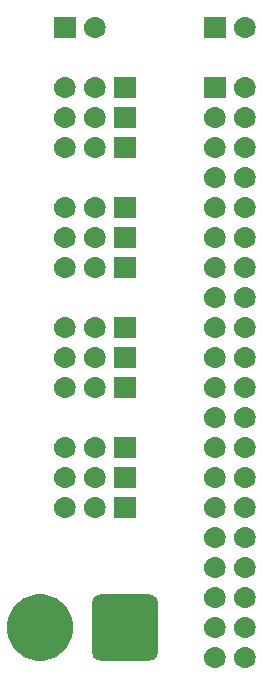
<source format=gbr>
G04 #@! TF.GenerationSoftware,KiCad,Pcbnew,(5.1.4-0-10_14)*
G04 #@! TF.CreationDate,2020-05-01T15:25:26-07:00*
G04 #@! TF.ProjectId,ServoPower2,53657276-6f50-46f7-9765-72322e6b6963,rev?*
G04 #@! TF.SameCoordinates,Original*
G04 #@! TF.FileFunction,Soldermask,Bot*
G04 #@! TF.FilePolarity,Negative*
%FSLAX46Y46*%
G04 Gerber Fmt 4.6, Leading zero omitted, Abs format (unit mm)*
G04 Created by KiCad (PCBNEW (5.1.4-0-10_14)) date 2020-05-01 15:25:26*
%MOMM*%
%LPD*%
G04 APERTURE LIST*
%ADD10C,0.100000*%
G04 APERTURE END LIST*
D10*
G36*
X167750442Y-115945518D02*
G01*
X167816627Y-115952037D01*
X167986466Y-116003557D01*
X168142991Y-116087222D01*
X168178729Y-116116552D01*
X168280186Y-116199814D01*
X168363448Y-116301271D01*
X168392778Y-116337009D01*
X168476443Y-116493534D01*
X168527963Y-116663373D01*
X168545359Y-116840000D01*
X168527963Y-117016627D01*
X168476443Y-117186466D01*
X168392778Y-117342991D01*
X168363448Y-117378729D01*
X168280186Y-117480186D01*
X168178729Y-117563448D01*
X168142991Y-117592778D01*
X167986466Y-117676443D01*
X167816627Y-117727963D01*
X167750442Y-117734482D01*
X167684260Y-117741000D01*
X167595740Y-117741000D01*
X167529558Y-117734482D01*
X167463373Y-117727963D01*
X167293534Y-117676443D01*
X167137009Y-117592778D01*
X167101271Y-117563448D01*
X166999814Y-117480186D01*
X166916552Y-117378729D01*
X166887222Y-117342991D01*
X166803557Y-117186466D01*
X166752037Y-117016627D01*
X166734641Y-116840000D01*
X166752037Y-116663373D01*
X166803557Y-116493534D01*
X166887222Y-116337009D01*
X166916552Y-116301271D01*
X166999814Y-116199814D01*
X167101271Y-116116552D01*
X167137009Y-116087222D01*
X167293534Y-116003557D01*
X167463373Y-115952037D01*
X167529558Y-115945518D01*
X167595740Y-115939000D01*
X167684260Y-115939000D01*
X167750442Y-115945518D01*
X167750442Y-115945518D01*
G37*
G36*
X165210442Y-115945518D02*
G01*
X165276627Y-115952037D01*
X165446466Y-116003557D01*
X165602991Y-116087222D01*
X165638729Y-116116552D01*
X165740186Y-116199814D01*
X165823448Y-116301271D01*
X165852778Y-116337009D01*
X165936443Y-116493534D01*
X165987963Y-116663373D01*
X166005359Y-116840000D01*
X165987963Y-117016627D01*
X165936443Y-117186466D01*
X165852778Y-117342991D01*
X165823448Y-117378729D01*
X165740186Y-117480186D01*
X165638729Y-117563448D01*
X165602991Y-117592778D01*
X165446466Y-117676443D01*
X165276627Y-117727963D01*
X165210442Y-117734482D01*
X165144260Y-117741000D01*
X165055740Y-117741000D01*
X164989558Y-117734482D01*
X164923373Y-117727963D01*
X164753534Y-117676443D01*
X164597009Y-117592778D01*
X164561271Y-117563448D01*
X164459814Y-117480186D01*
X164376552Y-117378729D01*
X164347222Y-117342991D01*
X164263557Y-117186466D01*
X164212037Y-117016627D01*
X164194641Y-116840000D01*
X164212037Y-116663373D01*
X164263557Y-116493534D01*
X164347222Y-116337009D01*
X164376552Y-116301271D01*
X164459814Y-116199814D01*
X164561271Y-116116552D01*
X164597009Y-116087222D01*
X164753534Y-116003557D01*
X164923373Y-115952037D01*
X164989558Y-115945518D01*
X165055740Y-115939000D01*
X165144260Y-115939000D01*
X165210442Y-115945518D01*
X165210442Y-115945518D01*
G37*
G36*
X159674944Y-111514058D02*
G01*
X159816055Y-111556863D01*
X159946096Y-111626372D01*
X160060083Y-111719917D01*
X160153628Y-111833904D01*
X160223137Y-111963945D01*
X160265942Y-112105056D01*
X160281000Y-112257940D01*
X160281000Y-116342060D01*
X160265942Y-116494944D01*
X160223137Y-116636055D01*
X160153628Y-116766096D01*
X160060083Y-116880083D01*
X159946096Y-116973628D01*
X159816055Y-117043137D01*
X159674944Y-117085942D01*
X159522060Y-117101000D01*
X155437940Y-117101000D01*
X155285056Y-117085942D01*
X155143945Y-117043137D01*
X155013904Y-116973628D01*
X154899917Y-116880083D01*
X154806372Y-116766096D01*
X154736863Y-116636055D01*
X154694058Y-116494944D01*
X154679000Y-116342060D01*
X154679000Y-112257940D01*
X154694058Y-112105056D01*
X154736863Y-111963945D01*
X154806372Y-111833904D01*
X154899917Y-111719917D01*
X155013904Y-111626372D01*
X155143945Y-111556863D01*
X155285056Y-111514058D01*
X155437940Y-111499000D01*
X159522060Y-111499000D01*
X159674944Y-111514058D01*
X159674944Y-111514058D01*
G37*
G36*
X151097021Y-111606640D02*
G01*
X151606769Y-111817785D01*
X151606771Y-111817786D01*
X152065534Y-112124321D01*
X152455679Y-112514466D01*
X152762214Y-112973229D01*
X152762215Y-112973231D01*
X152973360Y-113482979D01*
X153081000Y-114024124D01*
X153081000Y-114575876D01*
X152973360Y-115117021D01*
X152762215Y-115626769D01*
X152762214Y-115626771D01*
X152455679Y-116085534D01*
X152065534Y-116475679D01*
X151606771Y-116782214D01*
X151606770Y-116782215D01*
X151606769Y-116782215D01*
X151097021Y-116993360D01*
X150555876Y-117101000D01*
X150004124Y-117101000D01*
X149462979Y-116993360D01*
X148953231Y-116782215D01*
X148953230Y-116782215D01*
X148953229Y-116782214D01*
X148494466Y-116475679D01*
X148104321Y-116085534D01*
X147797786Y-115626771D01*
X147797785Y-115626769D01*
X147586640Y-115117021D01*
X147479000Y-114575876D01*
X147479000Y-114024124D01*
X147586640Y-113482979D01*
X147797785Y-112973231D01*
X147797786Y-112973229D01*
X148104321Y-112514466D01*
X148494466Y-112124321D01*
X148953229Y-111817786D01*
X148953231Y-111817785D01*
X149462979Y-111606640D01*
X150004124Y-111499000D01*
X150555876Y-111499000D01*
X151097021Y-111606640D01*
X151097021Y-111606640D01*
G37*
G36*
X165210443Y-113405519D02*
G01*
X165276627Y-113412037D01*
X165446466Y-113463557D01*
X165602991Y-113547222D01*
X165638729Y-113576552D01*
X165740186Y-113659814D01*
X165823448Y-113761271D01*
X165852778Y-113797009D01*
X165936443Y-113953534D01*
X165987963Y-114123373D01*
X166005359Y-114300000D01*
X165987963Y-114476627D01*
X165936443Y-114646466D01*
X165852778Y-114802991D01*
X165823448Y-114838729D01*
X165740186Y-114940186D01*
X165638729Y-115023448D01*
X165602991Y-115052778D01*
X165446466Y-115136443D01*
X165276627Y-115187963D01*
X165210442Y-115194482D01*
X165144260Y-115201000D01*
X165055740Y-115201000D01*
X164989558Y-115194482D01*
X164923373Y-115187963D01*
X164753534Y-115136443D01*
X164597009Y-115052778D01*
X164561271Y-115023448D01*
X164459814Y-114940186D01*
X164376552Y-114838729D01*
X164347222Y-114802991D01*
X164263557Y-114646466D01*
X164212037Y-114476627D01*
X164194641Y-114300000D01*
X164212037Y-114123373D01*
X164263557Y-113953534D01*
X164347222Y-113797009D01*
X164376552Y-113761271D01*
X164459814Y-113659814D01*
X164561271Y-113576552D01*
X164597009Y-113547222D01*
X164753534Y-113463557D01*
X164923373Y-113412037D01*
X164989557Y-113405519D01*
X165055740Y-113399000D01*
X165144260Y-113399000D01*
X165210443Y-113405519D01*
X165210443Y-113405519D01*
G37*
G36*
X167750443Y-113405519D02*
G01*
X167816627Y-113412037D01*
X167986466Y-113463557D01*
X168142991Y-113547222D01*
X168178729Y-113576552D01*
X168280186Y-113659814D01*
X168363448Y-113761271D01*
X168392778Y-113797009D01*
X168476443Y-113953534D01*
X168527963Y-114123373D01*
X168545359Y-114300000D01*
X168527963Y-114476627D01*
X168476443Y-114646466D01*
X168392778Y-114802991D01*
X168363448Y-114838729D01*
X168280186Y-114940186D01*
X168178729Y-115023448D01*
X168142991Y-115052778D01*
X167986466Y-115136443D01*
X167816627Y-115187963D01*
X167750442Y-115194482D01*
X167684260Y-115201000D01*
X167595740Y-115201000D01*
X167529558Y-115194482D01*
X167463373Y-115187963D01*
X167293534Y-115136443D01*
X167137009Y-115052778D01*
X167101271Y-115023448D01*
X166999814Y-114940186D01*
X166916552Y-114838729D01*
X166887222Y-114802991D01*
X166803557Y-114646466D01*
X166752037Y-114476627D01*
X166734641Y-114300000D01*
X166752037Y-114123373D01*
X166803557Y-113953534D01*
X166887222Y-113797009D01*
X166916552Y-113761271D01*
X166999814Y-113659814D01*
X167101271Y-113576552D01*
X167137009Y-113547222D01*
X167293534Y-113463557D01*
X167463373Y-113412037D01*
X167529557Y-113405519D01*
X167595740Y-113399000D01*
X167684260Y-113399000D01*
X167750443Y-113405519D01*
X167750443Y-113405519D01*
G37*
G36*
X167750442Y-110865518D02*
G01*
X167816627Y-110872037D01*
X167986466Y-110923557D01*
X168142991Y-111007222D01*
X168178729Y-111036552D01*
X168280186Y-111119814D01*
X168363448Y-111221271D01*
X168392778Y-111257009D01*
X168476443Y-111413534D01*
X168527963Y-111583373D01*
X168545359Y-111760000D01*
X168527963Y-111936627D01*
X168476443Y-112106466D01*
X168392778Y-112262991D01*
X168363448Y-112298729D01*
X168280186Y-112400186D01*
X168178729Y-112483448D01*
X168142991Y-112512778D01*
X167986466Y-112596443D01*
X167816627Y-112647963D01*
X167750442Y-112654482D01*
X167684260Y-112661000D01*
X167595740Y-112661000D01*
X167529558Y-112654482D01*
X167463373Y-112647963D01*
X167293534Y-112596443D01*
X167137009Y-112512778D01*
X167101271Y-112483448D01*
X166999814Y-112400186D01*
X166916552Y-112298729D01*
X166887222Y-112262991D01*
X166803557Y-112106466D01*
X166752037Y-111936627D01*
X166734641Y-111760000D01*
X166752037Y-111583373D01*
X166803557Y-111413534D01*
X166887222Y-111257009D01*
X166916552Y-111221271D01*
X166999814Y-111119814D01*
X167101271Y-111036552D01*
X167137009Y-111007222D01*
X167293534Y-110923557D01*
X167463373Y-110872037D01*
X167529558Y-110865518D01*
X167595740Y-110859000D01*
X167684260Y-110859000D01*
X167750442Y-110865518D01*
X167750442Y-110865518D01*
G37*
G36*
X165210442Y-110865518D02*
G01*
X165276627Y-110872037D01*
X165446466Y-110923557D01*
X165602991Y-111007222D01*
X165638729Y-111036552D01*
X165740186Y-111119814D01*
X165823448Y-111221271D01*
X165852778Y-111257009D01*
X165936443Y-111413534D01*
X165987963Y-111583373D01*
X166005359Y-111760000D01*
X165987963Y-111936627D01*
X165936443Y-112106466D01*
X165852778Y-112262991D01*
X165823448Y-112298729D01*
X165740186Y-112400186D01*
X165638729Y-112483448D01*
X165602991Y-112512778D01*
X165446466Y-112596443D01*
X165276627Y-112647963D01*
X165210442Y-112654482D01*
X165144260Y-112661000D01*
X165055740Y-112661000D01*
X164989558Y-112654482D01*
X164923373Y-112647963D01*
X164753534Y-112596443D01*
X164597009Y-112512778D01*
X164561271Y-112483448D01*
X164459814Y-112400186D01*
X164376552Y-112298729D01*
X164347222Y-112262991D01*
X164263557Y-112106466D01*
X164212037Y-111936627D01*
X164194641Y-111760000D01*
X164212037Y-111583373D01*
X164263557Y-111413534D01*
X164347222Y-111257009D01*
X164376552Y-111221271D01*
X164459814Y-111119814D01*
X164561271Y-111036552D01*
X164597009Y-111007222D01*
X164753534Y-110923557D01*
X164923373Y-110872037D01*
X164989558Y-110865518D01*
X165055740Y-110859000D01*
X165144260Y-110859000D01*
X165210442Y-110865518D01*
X165210442Y-110865518D01*
G37*
G36*
X165210443Y-108325519D02*
G01*
X165276627Y-108332037D01*
X165446466Y-108383557D01*
X165602991Y-108467222D01*
X165638729Y-108496552D01*
X165740186Y-108579814D01*
X165823448Y-108681271D01*
X165852778Y-108717009D01*
X165936443Y-108873534D01*
X165987963Y-109043373D01*
X166005359Y-109220000D01*
X165987963Y-109396627D01*
X165936443Y-109566466D01*
X165852778Y-109722991D01*
X165823448Y-109758729D01*
X165740186Y-109860186D01*
X165638729Y-109943448D01*
X165602991Y-109972778D01*
X165446466Y-110056443D01*
X165276627Y-110107963D01*
X165210443Y-110114481D01*
X165144260Y-110121000D01*
X165055740Y-110121000D01*
X164989557Y-110114481D01*
X164923373Y-110107963D01*
X164753534Y-110056443D01*
X164597009Y-109972778D01*
X164561271Y-109943448D01*
X164459814Y-109860186D01*
X164376552Y-109758729D01*
X164347222Y-109722991D01*
X164263557Y-109566466D01*
X164212037Y-109396627D01*
X164194641Y-109220000D01*
X164212037Y-109043373D01*
X164263557Y-108873534D01*
X164347222Y-108717009D01*
X164376552Y-108681271D01*
X164459814Y-108579814D01*
X164561271Y-108496552D01*
X164597009Y-108467222D01*
X164753534Y-108383557D01*
X164923373Y-108332037D01*
X164989557Y-108325519D01*
X165055740Y-108319000D01*
X165144260Y-108319000D01*
X165210443Y-108325519D01*
X165210443Y-108325519D01*
G37*
G36*
X167750443Y-108325519D02*
G01*
X167816627Y-108332037D01*
X167986466Y-108383557D01*
X168142991Y-108467222D01*
X168178729Y-108496552D01*
X168280186Y-108579814D01*
X168363448Y-108681271D01*
X168392778Y-108717009D01*
X168476443Y-108873534D01*
X168527963Y-109043373D01*
X168545359Y-109220000D01*
X168527963Y-109396627D01*
X168476443Y-109566466D01*
X168392778Y-109722991D01*
X168363448Y-109758729D01*
X168280186Y-109860186D01*
X168178729Y-109943448D01*
X168142991Y-109972778D01*
X167986466Y-110056443D01*
X167816627Y-110107963D01*
X167750443Y-110114481D01*
X167684260Y-110121000D01*
X167595740Y-110121000D01*
X167529557Y-110114481D01*
X167463373Y-110107963D01*
X167293534Y-110056443D01*
X167137009Y-109972778D01*
X167101271Y-109943448D01*
X166999814Y-109860186D01*
X166916552Y-109758729D01*
X166887222Y-109722991D01*
X166803557Y-109566466D01*
X166752037Y-109396627D01*
X166734641Y-109220000D01*
X166752037Y-109043373D01*
X166803557Y-108873534D01*
X166887222Y-108717009D01*
X166916552Y-108681271D01*
X166999814Y-108579814D01*
X167101271Y-108496552D01*
X167137009Y-108467222D01*
X167293534Y-108383557D01*
X167463373Y-108332037D01*
X167529557Y-108325519D01*
X167595740Y-108319000D01*
X167684260Y-108319000D01*
X167750443Y-108325519D01*
X167750443Y-108325519D01*
G37*
G36*
X167750443Y-105785519D02*
G01*
X167816627Y-105792037D01*
X167986466Y-105843557D01*
X168142991Y-105927222D01*
X168178729Y-105956552D01*
X168280186Y-106039814D01*
X168363448Y-106141271D01*
X168392778Y-106177009D01*
X168476443Y-106333534D01*
X168527963Y-106503373D01*
X168545359Y-106680000D01*
X168527963Y-106856627D01*
X168476443Y-107026466D01*
X168392778Y-107182991D01*
X168363448Y-107218729D01*
X168280186Y-107320186D01*
X168178729Y-107403448D01*
X168142991Y-107432778D01*
X167986466Y-107516443D01*
X167816627Y-107567963D01*
X167750443Y-107574481D01*
X167684260Y-107581000D01*
X167595740Y-107581000D01*
X167529557Y-107574481D01*
X167463373Y-107567963D01*
X167293534Y-107516443D01*
X167137009Y-107432778D01*
X167101271Y-107403448D01*
X166999814Y-107320186D01*
X166916552Y-107218729D01*
X166887222Y-107182991D01*
X166803557Y-107026466D01*
X166752037Y-106856627D01*
X166734641Y-106680000D01*
X166752037Y-106503373D01*
X166803557Y-106333534D01*
X166887222Y-106177009D01*
X166916552Y-106141271D01*
X166999814Y-106039814D01*
X167101271Y-105956552D01*
X167137009Y-105927222D01*
X167293534Y-105843557D01*
X167463373Y-105792037D01*
X167529557Y-105785519D01*
X167595740Y-105779000D01*
X167684260Y-105779000D01*
X167750443Y-105785519D01*
X167750443Y-105785519D01*
G37*
G36*
X165210443Y-105785519D02*
G01*
X165276627Y-105792037D01*
X165446466Y-105843557D01*
X165602991Y-105927222D01*
X165638729Y-105956552D01*
X165740186Y-106039814D01*
X165823448Y-106141271D01*
X165852778Y-106177009D01*
X165936443Y-106333534D01*
X165987963Y-106503373D01*
X166005359Y-106680000D01*
X165987963Y-106856627D01*
X165936443Y-107026466D01*
X165852778Y-107182991D01*
X165823448Y-107218729D01*
X165740186Y-107320186D01*
X165638729Y-107403448D01*
X165602991Y-107432778D01*
X165446466Y-107516443D01*
X165276627Y-107567963D01*
X165210443Y-107574481D01*
X165144260Y-107581000D01*
X165055740Y-107581000D01*
X164989557Y-107574481D01*
X164923373Y-107567963D01*
X164753534Y-107516443D01*
X164597009Y-107432778D01*
X164561271Y-107403448D01*
X164459814Y-107320186D01*
X164376552Y-107218729D01*
X164347222Y-107182991D01*
X164263557Y-107026466D01*
X164212037Y-106856627D01*
X164194641Y-106680000D01*
X164212037Y-106503373D01*
X164263557Y-106333534D01*
X164347222Y-106177009D01*
X164376552Y-106141271D01*
X164459814Y-106039814D01*
X164561271Y-105956552D01*
X164597009Y-105927222D01*
X164753534Y-105843557D01*
X164923373Y-105792037D01*
X164989557Y-105785519D01*
X165055740Y-105779000D01*
X165144260Y-105779000D01*
X165210443Y-105785519D01*
X165210443Y-105785519D01*
G37*
G36*
X155050443Y-103245519D02*
G01*
X155116627Y-103252037D01*
X155286466Y-103303557D01*
X155442991Y-103387222D01*
X155478729Y-103416552D01*
X155580186Y-103499814D01*
X155663448Y-103601271D01*
X155692778Y-103637009D01*
X155776443Y-103793534D01*
X155827963Y-103963373D01*
X155845359Y-104140000D01*
X155827963Y-104316627D01*
X155776443Y-104486466D01*
X155692778Y-104642991D01*
X155663448Y-104678729D01*
X155580186Y-104780186D01*
X155478729Y-104863448D01*
X155442991Y-104892778D01*
X155286466Y-104976443D01*
X155116627Y-105027963D01*
X155050442Y-105034482D01*
X154984260Y-105041000D01*
X154895740Y-105041000D01*
X154829557Y-105034481D01*
X154763373Y-105027963D01*
X154593534Y-104976443D01*
X154437009Y-104892778D01*
X154401271Y-104863448D01*
X154299814Y-104780186D01*
X154216552Y-104678729D01*
X154187222Y-104642991D01*
X154103557Y-104486466D01*
X154052037Y-104316627D01*
X154034641Y-104140000D01*
X154052037Y-103963373D01*
X154103557Y-103793534D01*
X154187222Y-103637009D01*
X154216552Y-103601271D01*
X154299814Y-103499814D01*
X154401271Y-103416552D01*
X154437009Y-103387222D01*
X154593534Y-103303557D01*
X154763373Y-103252037D01*
X154829558Y-103245518D01*
X154895740Y-103239000D01*
X154984260Y-103239000D01*
X155050443Y-103245519D01*
X155050443Y-103245519D01*
G37*
G36*
X167750443Y-103245519D02*
G01*
X167816627Y-103252037D01*
X167986466Y-103303557D01*
X168142991Y-103387222D01*
X168178729Y-103416552D01*
X168280186Y-103499814D01*
X168363448Y-103601271D01*
X168392778Y-103637009D01*
X168476443Y-103793534D01*
X168527963Y-103963373D01*
X168545359Y-104140000D01*
X168527963Y-104316627D01*
X168476443Y-104486466D01*
X168392778Y-104642991D01*
X168363448Y-104678729D01*
X168280186Y-104780186D01*
X168178729Y-104863448D01*
X168142991Y-104892778D01*
X167986466Y-104976443D01*
X167816627Y-105027963D01*
X167750442Y-105034482D01*
X167684260Y-105041000D01*
X167595740Y-105041000D01*
X167529557Y-105034481D01*
X167463373Y-105027963D01*
X167293534Y-104976443D01*
X167137009Y-104892778D01*
X167101271Y-104863448D01*
X166999814Y-104780186D01*
X166916552Y-104678729D01*
X166887222Y-104642991D01*
X166803557Y-104486466D01*
X166752037Y-104316627D01*
X166734641Y-104140000D01*
X166752037Y-103963373D01*
X166803557Y-103793534D01*
X166887222Y-103637009D01*
X166916552Y-103601271D01*
X166999814Y-103499814D01*
X167101271Y-103416552D01*
X167137009Y-103387222D01*
X167293534Y-103303557D01*
X167463373Y-103252037D01*
X167529558Y-103245518D01*
X167595740Y-103239000D01*
X167684260Y-103239000D01*
X167750443Y-103245519D01*
X167750443Y-103245519D01*
G37*
G36*
X165210443Y-103245519D02*
G01*
X165276627Y-103252037D01*
X165446466Y-103303557D01*
X165602991Y-103387222D01*
X165638729Y-103416552D01*
X165740186Y-103499814D01*
X165823448Y-103601271D01*
X165852778Y-103637009D01*
X165936443Y-103793534D01*
X165987963Y-103963373D01*
X166005359Y-104140000D01*
X165987963Y-104316627D01*
X165936443Y-104486466D01*
X165852778Y-104642991D01*
X165823448Y-104678729D01*
X165740186Y-104780186D01*
X165638729Y-104863448D01*
X165602991Y-104892778D01*
X165446466Y-104976443D01*
X165276627Y-105027963D01*
X165210442Y-105034482D01*
X165144260Y-105041000D01*
X165055740Y-105041000D01*
X164989557Y-105034481D01*
X164923373Y-105027963D01*
X164753534Y-104976443D01*
X164597009Y-104892778D01*
X164561271Y-104863448D01*
X164459814Y-104780186D01*
X164376552Y-104678729D01*
X164347222Y-104642991D01*
X164263557Y-104486466D01*
X164212037Y-104316627D01*
X164194641Y-104140000D01*
X164212037Y-103963373D01*
X164263557Y-103793534D01*
X164347222Y-103637009D01*
X164376552Y-103601271D01*
X164459814Y-103499814D01*
X164561271Y-103416552D01*
X164597009Y-103387222D01*
X164753534Y-103303557D01*
X164923373Y-103252037D01*
X164989558Y-103245518D01*
X165055740Y-103239000D01*
X165144260Y-103239000D01*
X165210443Y-103245519D01*
X165210443Y-103245519D01*
G37*
G36*
X158381000Y-105041000D02*
G01*
X156579000Y-105041000D01*
X156579000Y-103239000D01*
X158381000Y-103239000D01*
X158381000Y-105041000D01*
X158381000Y-105041000D01*
G37*
G36*
X152510443Y-103245519D02*
G01*
X152576627Y-103252037D01*
X152746466Y-103303557D01*
X152902991Y-103387222D01*
X152938729Y-103416552D01*
X153040186Y-103499814D01*
X153123448Y-103601271D01*
X153152778Y-103637009D01*
X153236443Y-103793534D01*
X153287963Y-103963373D01*
X153305359Y-104140000D01*
X153287963Y-104316627D01*
X153236443Y-104486466D01*
X153152778Y-104642991D01*
X153123448Y-104678729D01*
X153040186Y-104780186D01*
X152938729Y-104863448D01*
X152902991Y-104892778D01*
X152746466Y-104976443D01*
X152576627Y-105027963D01*
X152510442Y-105034482D01*
X152444260Y-105041000D01*
X152355740Y-105041000D01*
X152289557Y-105034481D01*
X152223373Y-105027963D01*
X152053534Y-104976443D01*
X151897009Y-104892778D01*
X151861271Y-104863448D01*
X151759814Y-104780186D01*
X151676552Y-104678729D01*
X151647222Y-104642991D01*
X151563557Y-104486466D01*
X151512037Y-104316627D01*
X151494641Y-104140000D01*
X151512037Y-103963373D01*
X151563557Y-103793534D01*
X151647222Y-103637009D01*
X151676552Y-103601271D01*
X151759814Y-103499814D01*
X151861271Y-103416552D01*
X151897009Y-103387222D01*
X152053534Y-103303557D01*
X152223373Y-103252037D01*
X152289558Y-103245518D01*
X152355740Y-103239000D01*
X152444260Y-103239000D01*
X152510443Y-103245519D01*
X152510443Y-103245519D01*
G37*
G36*
X152510443Y-100705519D02*
G01*
X152576627Y-100712037D01*
X152746466Y-100763557D01*
X152902991Y-100847222D01*
X152938729Y-100876552D01*
X153040186Y-100959814D01*
X153123448Y-101061271D01*
X153152778Y-101097009D01*
X153236443Y-101253534D01*
X153287963Y-101423373D01*
X153305359Y-101600000D01*
X153287963Y-101776627D01*
X153236443Y-101946466D01*
X153152778Y-102102991D01*
X153123448Y-102138729D01*
X153040186Y-102240186D01*
X152938729Y-102323448D01*
X152902991Y-102352778D01*
X152746466Y-102436443D01*
X152576627Y-102487963D01*
X152510442Y-102494482D01*
X152444260Y-102501000D01*
X152355740Y-102501000D01*
X152289558Y-102494482D01*
X152223373Y-102487963D01*
X152053534Y-102436443D01*
X151897009Y-102352778D01*
X151861271Y-102323448D01*
X151759814Y-102240186D01*
X151676552Y-102138729D01*
X151647222Y-102102991D01*
X151563557Y-101946466D01*
X151512037Y-101776627D01*
X151494641Y-101600000D01*
X151512037Y-101423373D01*
X151563557Y-101253534D01*
X151647222Y-101097009D01*
X151676552Y-101061271D01*
X151759814Y-100959814D01*
X151861271Y-100876552D01*
X151897009Y-100847222D01*
X152053534Y-100763557D01*
X152223373Y-100712037D01*
X152289557Y-100705519D01*
X152355740Y-100699000D01*
X152444260Y-100699000D01*
X152510443Y-100705519D01*
X152510443Y-100705519D01*
G37*
G36*
X158381000Y-102501000D02*
G01*
X156579000Y-102501000D01*
X156579000Y-100699000D01*
X158381000Y-100699000D01*
X158381000Y-102501000D01*
X158381000Y-102501000D01*
G37*
G36*
X155050443Y-100705519D02*
G01*
X155116627Y-100712037D01*
X155286466Y-100763557D01*
X155442991Y-100847222D01*
X155478729Y-100876552D01*
X155580186Y-100959814D01*
X155663448Y-101061271D01*
X155692778Y-101097009D01*
X155776443Y-101253534D01*
X155827963Y-101423373D01*
X155845359Y-101600000D01*
X155827963Y-101776627D01*
X155776443Y-101946466D01*
X155692778Y-102102991D01*
X155663448Y-102138729D01*
X155580186Y-102240186D01*
X155478729Y-102323448D01*
X155442991Y-102352778D01*
X155286466Y-102436443D01*
X155116627Y-102487963D01*
X155050442Y-102494482D01*
X154984260Y-102501000D01*
X154895740Y-102501000D01*
X154829558Y-102494482D01*
X154763373Y-102487963D01*
X154593534Y-102436443D01*
X154437009Y-102352778D01*
X154401271Y-102323448D01*
X154299814Y-102240186D01*
X154216552Y-102138729D01*
X154187222Y-102102991D01*
X154103557Y-101946466D01*
X154052037Y-101776627D01*
X154034641Y-101600000D01*
X154052037Y-101423373D01*
X154103557Y-101253534D01*
X154187222Y-101097009D01*
X154216552Y-101061271D01*
X154299814Y-100959814D01*
X154401271Y-100876552D01*
X154437009Y-100847222D01*
X154593534Y-100763557D01*
X154763373Y-100712037D01*
X154829557Y-100705519D01*
X154895740Y-100699000D01*
X154984260Y-100699000D01*
X155050443Y-100705519D01*
X155050443Y-100705519D01*
G37*
G36*
X167750443Y-100705519D02*
G01*
X167816627Y-100712037D01*
X167986466Y-100763557D01*
X168142991Y-100847222D01*
X168178729Y-100876552D01*
X168280186Y-100959814D01*
X168363448Y-101061271D01*
X168392778Y-101097009D01*
X168476443Y-101253534D01*
X168527963Y-101423373D01*
X168545359Y-101600000D01*
X168527963Y-101776627D01*
X168476443Y-101946466D01*
X168392778Y-102102991D01*
X168363448Y-102138729D01*
X168280186Y-102240186D01*
X168178729Y-102323448D01*
X168142991Y-102352778D01*
X167986466Y-102436443D01*
X167816627Y-102487963D01*
X167750442Y-102494482D01*
X167684260Y-102501000D01*
X167595740Y-102501000D01*
X167529558Y-102494482D01*
X167463373Y-102487963D01*
X167293534Y-102436443D01*
X167137009Y-102352778D01*
X167101271Y-102323448D01*
X166999814Y-102240186D01*
X166916552Y-102138729D01*
X166887222Y-102102991D01*
X166803557Y-101946466D01*
X166752037Y-101776627D01*
X166734641Y-101600000D01*
X166752037Y-101423373D01*
X166803557Y-101253534D01*
X166887222Y-101097009D01*
X166916552Y-101061271D01*
X166999814Y-100959814D01*
X167101271Y-100876552D01*
X167137009Y-100847222D01*
X167293534Y-100763557D01*
X167463373Y-100712037D01*
X167529557Y-100705519D01*
X167595740Y-100699000D01*
X167684260Y-100699000D01*
X167750443Y-100705519D01*
X167750443Y-100705519D01*
G37*
G36*
X165210443Y-100705519D02*
G01*
X165276627Y-100712037D01*
X165446466Y-100763557D01*
X165602991Y-100847222D01*
X165638729Y-100876552D01*
X165740186Y-100959814D01*
X165823448Y-101061271D01*
X165852778Y-101097009D01*
X165936443Y-101253534D01*
X165987963Y-101423373D01*
X166005359Y-101600000D01*
X165987963Y-101776627D01*
X165936443Y-101946466D01*
X165852778Y-102102991D01*
X165823448Y-102138729D01*
X165740186Y-102240186D01*
X165638729Y-102323448D01*
X165602991Y-102352778D01*
X165446466Y-102436443D01*
X165276627Y-102487963D01*
X165210442Y-102494482D01*
X165144260Y-102501000D01*
X165055740Y-102501000D01*
X164989558Y-102494482D01*
X164923373Y-102487963D01*
X164753534Y-102436443D01*
X164597009Y-102352778D01*
X164561271Y-102323448D01*
X164459814Y-102240186D01*
X164376552Y-102138729D01*
X164347222Y-102102991D01*
X164263557Y-101946466D01*
X164212037Y-101776627D01*
X164194641Y-101600000D01*
X164212037Y-101423373D01*
X164263557Y-101253534D01*
X164347222Y-101097009D01*
X164376552Y-101061271D01*
X164459814Y-100959814D01*
X164561271Y-100876552D01*
X164597009Y-100847222D01*
X164753534Y-100763557D01*
X164923373Y-100712037D01*
X164989557Y-100705519D01*
X165055740Y-100699000D01*
X165144260Y-100699000D01*
X165210443Y-100705519D01*
X165210443Y-100705519D01*
G37*
G36*
X167750443Y-98165519D02*
G01*
X167816627Y-98172037D01*
X167986466Y-98223557D01*
X168142991Y-98307222D01*
X168178729Y-98336552D01*
X168280186Y-98419814D01*
X168363448Y-98521271D01*
X168392778Y-98557009D01*
X168476443Y-98713534D01*
X168527963Y-98883373D01*
X168545359Y-99060000D01*
X168527963Y-99236627D01*
X168476443Y-99406466D01*
X168392778Y-99562991D01*
X168363448Y-99598729D01*
X168280186Y-99700186D01*
X168178729Y-99783448D01*
X168142991Y-99812778D01*
X167986466Y-99896443D01*
X167816627Y-99947963D01*
X167750443Y-99954481D01*
X167684260Y-99961000D01*
X167595740Y-99961000D01*
X167529557Y-99954481D01*
X167463373Y-99947963D01*
X167293534Y-99896443D01*
X167137009Y-99812778D01*
X167101271Y-99783448D01*
X166999814Y-99700186D01*
X166916552Y-99598729D01*
X166887222Y-99562991D01*
X166803557Y-99406466D01*
X166752037Y-99236627D01*
X166734641Y-99060000D01*
X166752037Y-98883373D01*
X166803557Y-98713534D01*
X166887222Y-98557009D01*
X166916552Y-98521271D01*
X166999814Y-98419814D01*
X167101271Y-98336552D01*
X167137009Y-98307222D01*
X167293534Y-98223557D01*
X167463373Y-98172037D01*
X167529557Y-98165519D01*
X167595740Y-98159000D01*
X167684260Y-98159000D01*
X167750443Y-98165519D01*
X167750443Y-98165519D01*
G37*
G36*
X155050443Y-98165519D02*
G01*
X155116627Y-98172037D01*
X155286466Y-98223557D01*
X155442991Y-98307222D01*
X155478729Y-98336552D01*
X155580186Y-98419814D01*
X155663448Y-98521271D01*
X155692778Y-98557009D01*
X155776443Y-98713534D01*
X155827963Y-98883373D01*
X155845359Y-99060000D01*
X155827963Y-99236627D01*
X155776443Y-99406466D01*
X155692778Y-99562991D01*
X155663448Y-99598729D01*
X155580186Y-99700186D01*
X155478729Y-99783448D01*
X155442991Y-99812778D01*
X155286466Y-99896443D01*
X155116627Y-99947963D01*
X155050443Y-99954481D01*
X154984260Y-99961000D01*
X154895740Y-99961000D01*
X154829557Y-99954481D01*
X154763373Y-99947963D01*
X154593534Y-99896443D01*
X154437009Y-99812778D01*
X154401271Y-99783448D01*
X154299814Y-99700186D01*
X154216552Y-99598729D01*
X154187222Y-99562991D01*
X154103557Y-99406466D01*
X154052037Y-99236627D01*
X154034641Y-99060000D01*
X154052037Y-98883373D01*
X154103557Y-98713534D01*
X154187222Y-98557009D01*
X154216552Y-98521271D01*
X154299814Y-98419814D01*
X154401271Y-98336552D01*
X154437009Y-98307222D01*
X154593534Y-98223557D01*
X154763373Y-98172037D01*
X154829557Y-98165519D01*
X154895740Y-98159000D01*
X154984260Y-98159000D01*
X155050443Y-98165519D01*
X155050443Y-98165519D01*
G37*
G36*
X158381000Y-99961000D02*
G01*
X156579000Y-99961000D01*
X156579000Y-98159000D01*
X158381000Y-98159000D01*
X158381000Y-99961000D01*
X158381000Y-99961000D01*
G37*
G36*
X165210443Y-98165519D02*
G01*
X165276627Y-98172037D01*
X165446466Y-98223557D01*
X165602991Y-98307222D01*
X165638729Y-98336552D01*
X165740186Y-98419814D01*
X165823448Y-98521271D01*
X165852778Y-98557009D01*
X165936443Y-98713534D01*
X165987963Y-98883373D01*
X166005359Y-99060000D01*
X165987963Y-99236627D01*
X165936443Y-99406466D01*
X165852778Y-99562991D01*
X165823448Y-99598729D01*
X165740186Y-99700186D01*
X165638729Y-99783448D01*
X165602991Y-99812778D01*
X165446466Y-99896443D01*
X165276627Y-99947963D01*
X165210443Y-99954481D01*
X165144260Y-99961000D01*
X165055740Y-99961000D01*
X164989557Y-99954481D01*
X164923373Y-99947963D01*
X164753534Y-99896443D01*
X164597009Y-99812778D01*
X164561271Y-99783448D01*
X164459814Y-99700186D01*
X164376552Y-99598729D01*
X164347222Y-99562991D01*
X164263557Y-99406466D01*
X164212037Y-99236627D01*
X164194641Y-99060000D01*
X164212037Y-98883373D01*
X164263557Y-98713534D01*
X164347222Y-98557009D01*
X164376552Y-98521271D01*
X164459814Y-98419814D01*
X164561271Y-98336552D01*
X164597009Y-98307222D01*
X164753534Y-98223557D01*
X164923373Y-98172037D01*
X164989557Y-98165519D01*
X165055740Y-98159000D01*
X165144260Y-98159000D01*
X165210443Y-98165519D01*
X165210443Y-98165519D01*
G37*
G36*
X152510443Y-98165519D02*
G01*
X152576627Y-98172037D01*
X152746466Y-98223557D01*
X152902991Y-98307222D01*
X152938729Y-98336552D01*
X153040186Y-98419814D01*
X153123448Y-98521271D01*
X153152778Y-98557009D01*
X153236443Y-98713534D01*
X153287963Y-98883373D01*
X153305359Y-99060000D01*
X153287963Y-99236627D01*
X153236443Y-99406466D01*
X153152778Y-99562991D01*
X153123448Y-99598729D01*
X153040186Y-99700186D01*
X152938729Y-99783448D01*
X152902991Y-99812778D01*
X152746466Y-99896443D01*
X152576627Y-99947963D01*
X152510443Y-99954481D01*
X152444260Y-99961000D01*
X152355740Y-99961000D01*
X152289557Y-99954481D01*
X152223373Y-99947963D01*
X152053534Y-99896443D01*
X151897009Y-99812778D01*
X151861271Y-99783448D01*
X151759814Y-99700186D01*
X151676552Y-99598729D01*
X151647222Y-99562991D01*
X151563557Y-99406466D01*
X151512037Y-99236627D01*
X151494641Y-99060000D01*
X151512037Y-98883373D01*
X151563557Y-98713534D01*
X151647222Y-98557009D01*
X151676552Y-98521271D01*
X151759814Y-98419814D01*
X151861271Y-98336552D01*
X151897009Y-98307222D01*
X152053534Y-98223557D01*
X152223373Y-98172037D01*
X152289557Y-98165519D01*
X152355740Y-98159000D01*
X152444260Y-98159000D01*
X152510443Y-98165519D01*
X152510443Y-98165519D01*
G37*
G36*
X165210442Y-95625518D02*
G01*
X165276627Y-95632037D01*
X165446466Y-95683557D01*
X165602991Y-95767222D01*
X165638729Y-95796552D01*
X165740186Y-95879814D01*
X165823448Y-95981271D01*
X165852778Y-96017009D01*
X165936443Y-96173534D01*
X165987963Y-96343373D01*
X166005359Y-96520000D01*
X165987963Y-96696627D01*
X165936443Y-96866466D01*
X165852778Y-97022991D01*
X165823448Y-97058729D01*
X165740186Y-97160186D01*
X165638729Y-97243448D01*
X165602991Y-97272778D01*
X165446466Y-97356443D01*
X165276627Y-97407963D01*
X165210442Y-97414482D01*
X165144260Y-97421000D01*
X165055740Y-97421000D01*
X164989558Y-97414482D01*
X164923373Y-97407963D01*
X164753534Y-97356443D01*
X164597009Y-97272778D01*
X164561271Y-97243448D01*
X164459814Y-97160186D01*
X164376552Y-97058729D01*
X164347222Y-97022991D01*
X164263557Y-96866466D01*
X164212037Y-96696627D01*
X164194641Y-96520000D01*
X164212037Y-96343373D01*
X164263557Y-96173534D01*
X164347222Y-96017009D01*
X164376552Y-95981271D01*
X164459814Y-95879814D01*
X164561271Y-95796552D01*
X164597009Y-95767222D01*
X164753534Y-95683557D01*
X164923373Y-95632037D01*
X164989558Y-95625518D01*
X165055740Y-95619000D01*
X165144260Y-95619000D01*
X165210442Y-95625518D01*
X165210442Y-95625518D01*
G37*
G36*
X167750442Y-95625518D02*
G01*
X167816627Y-95632037D01*
X167986466Y-95683557D01*
X168142991Y-95767222D01*
X168178729Y-95796552D01*
X168280186Y-95879814D01*
X168363448Y-95981271D01*
X168392778Y-96017009D01*
X168476443Y-96173534D01*
X168527963Y-96343373D01*
X168545359Y-96520000D01*
X168527963Y-96696627D01*
X168476443Y-96866466D01*
X168392778Y-97022991D01*
X168363448Y-97058729D01*
X168280186Y-97160186D01*
X168178729Y-97243448D01*
X168142991Y-97272778D01*
X167986466Y-97356443D01*
X167816627Y-97407963D01*
X167750442Y-97414482D01*
X167684260Y-97421000D01*
X167595740Y-97421000D01*
X167529558Y-97414482D01*
X167463373Y-97407963D01*
X167293534Y-97356443D01*
X167137009Y-97272778D01*
X167101271Y-97243448D01*
X166999814Y-97160186D01*
X166916552Y-97058729D01*
X166887222Y-97022991D01*
X166803557Y-96866466D01*
X166752037Y-96696627D01*
X166734641Y-96520000D01*
X166752037Y-96343373D01*
X166803557Y-96173534D01*
X166887222Y-96017009D01*
X166916552Y-95981271D01*
X166999814Y-95879814D01*
X167101271Y-95796552D01*
X167137009Y-95767222D01*
X167293534Y-95683557D01*
X167463373Y-95632037D01*
X167529558Y-95625518D01*
X167595740Y-95619000D01*
X167684260Y-95619000D01*
X167750442Y-95625518D01*
X167750442Y-95625518D01*
G37*
G36*
X152510443Y-93085519D02*
G01*
X152576627Y-93092037D01*
X152746466Y-93143557D01*
X152902991Y-93227222D01*
X152938729Y-93256552D01*
X153040186Y-93339814D01*
X153123448Y-93441271D01*
X153152778Y-93477009D01*
X153236443Y-93633534D01*
X153287963Y-93803373D01*
X153305359Y-93980000D01*
X153287963Y-94156627D01*
X153236443Y-94326466D01*
X153152778Y-94482991D01*
X153123448Y-94518729D01*
X153040186Y-94620186D01*
X152938729Y-94703448D01*
X152902991Y-94732778D01*
X152746466Y-94816443D01*
X152576627Y-94867963D01*
X152510443Y-94874481D01*
X152444260Y-94881000D01*
X152355740Y-94881000D01*
X152289557Y-94874481D01*
X152223373Y-94867963D01*
X152053534Y-94816443D01*
X151897009Y-94732778D01*
X151861271Y-94703448D01*
X151759814Y-94620186D01*
X151676552Y-94518729D01*
X151647222Y-94482991D01*
X151563557Y-94326466D01*
X151512037Y-94156627D01*
X151494641Y-93980000D01*
X151512037Y-93803373D01*
X151563557Y-93633534D01*
X151647222Y-93477009D01*
X151676552Y-93441271D01*
X151759814Y-93339814D01*
X151861271Y-93256552D01*
X151897009Y-93227222D01*
X152053534Y-93143557D01*
X152223373Y-93092037D01*
X152289557Y-93085519D01*
X152355740Y-93079000D01*
X152444260Y-93079000D01*
X152510443Y-93085519D01*
X152510443Y-93085519D01*
G37*
G36*
X165210443Y-93085519D02*
G01*
X165276627Y-93092037D01*
X165446466Y-93143557D01*
X165602991Y-93227222D01*
X165638729Y-93256552D01*
X165740186Y-93339814D01*
X165823448Y-93441271D01*
X165852778Y-93477009D01*
X165936443Y-93633534D01*
X165987963Y-93803373D01*
X166005359Y-93980000D01*
X165987963Y-94156627D01*
X165936443Y-94326466D01*
X165852778Y-94482991D01*
X165823448Y-94518729D01*
X165740186Y-94620186D01*
X165638729Y-94703448D01*
X165602991Y-94732778D01*
X165446466Y-94816443D01*
X165276627Y-94867963D01*
X165210443Y-94874481D01*
X165144260Y-94881000D01*
X165055740Y-94881000D01*
X164989557Y-94874481D01*
X164923373Y-94867963D01*
X164753534Y-94816443D01*
X164597009Y-94732778D01*
X164561271Y-94703448D01*
X164459814Y-94620186D01*
X164376552Y-94518729D01*
X164347222Y-94482991D01*
X164263557Y-94326466D01*
X164212037Y-94156627D01*
X164194641Y-93980000D01*
X164212037Y-93803373D01*
X164263557Y-93633534D01*
X164347222Y-93477009D01*
X164376552Y-93441271D01*
X164459814Y-93339814D01*
X164561271Y-93256552D01*
X164597009Y-93227222D01*
X164753534Y-93143557D01*
X164923373Y-93092037D01*
X164989557Y-93085519D01*
X165055740Y-93079000D01*
X165144260Y-93079000D01*
X165210443Y-93085519D01*
X165210443Y-93085519D01*
G37*
G36*
X167750443Y-93085519D02*
G01*
X167816627Y-93092037D01*
X167986466Y-93143557D01*
X168142991Y-93227222D01*
X168178729Y-93256552D01*
X168280186Y-93339814D01*
X168363448Y-93441271D01*
X168392778Y-93477009D01*
X168476443Y-93633534D01*
X168527963Y-93803373D01*
X168545359Y-93980000D01*
X168527963Y-94156627D01*
X168476443Y-94326466D01*
X168392778Y-94482991D01*
X168363448Y-94518729D01*
X168280186Y-94620186D01*
X168178729Y-94703448D01*
X168142991Y-94732778D01*
X167986466Y-94816443D01*
X167816627Y-94867963D01*
X167750443Y-94874481D01*
X167684260Y-94881000D01*
X167595740Y-94881000D01*
X167529557Y-94874481D01*
X167463373Y-94867963D01*
X167293534Y-94816443D01*
X167137009Y-94732778D01*
X167101271Y-94703448D01*
X166999814Y-94620186D01*
X166916552Y-94518729D01*
X166887222Y-94482991D01*
X166803557Y-94326466D01*
X166752037Y-94156627D01*
X166734641Y-93980000D01*
X166752037Y-93803373D01*
X166803557Y-93633534D01*
X166887222Y-93477009D01*
X166916552Y-93441271D01*
X166999814Y-93339814D01*
X167101271Y-93256552D01*
X167137009Y-93227222D01*
X167293534Y-93143557D01*
X167463373Y-93092037D01*
X167529557Y-93085519D01*
X167595740Y-93079000D01*
X167684260Y-93079000D01*
X167750443Y-93085519D01*
X167750443Y-93085519D01*
G37*
G36*
X158381000Y-94881000D02*
G01*
X156579000Y-94881000D01*
X156579000Y-93079000D01*
X158381000Y-93079000D01*
X158381000Y-94881000D01*
X158381000Y-94881000D01*
G37*
G36*
X155050443Y-93085519D02*
G01*
X155116627Y-93092037D01*
X155286466Y-93143557D01*
X155442991Y-93227222D01*
X155478729Y-93256552D01*
X155580186Y-93339814D01*
X155663448Y-93441271D01*
X155692778Y-93477009D01*
X155776443Y-93633534D01*
X155827963Y-93803373D01*
X155845359Y-93980000D01*
X155827963Y-94156627D01*
X155776443Y-94326466D01*
X155692778Y-94482991D01*
X155663448Y-94518729D01*
X155580186Y-94620186D01*
X155478729Y-94703448D01*
X155442991Y-94732778D01*
X155286466Y-94816443D01*
X155116627Y-94867963D01*
X155050443Y-94874481D01*
X154984260Y-94881000D01*
X154895740Y-94881000D01*
X154829557Y-94874481D01*
X154763373Y-94867963D01*
X154593534Y-94816443D01*
X154437009Y-94732778D01*
X154401271Y-94703448D01*
X154299814Y-94620186D01*
X154216552Y-94518729D01*
X154187222Y-94482991D01*
X154103557Y-94326466D01*
X154052037Y-94156627D01*
X154034641Y-93980000D01*
X154052037Y-93803373D01*
X154103557Y-93633534D01*
X154187222Y-93477009D01*
X154216552Y-93441271D01*
X154299814Y-93339814D01*
X154401271Y-93256552D01*
X154437009Y-93227222D01*
X154593534Y-93143557D01*
X154763373Y-93092037D01*
X154829557Y-93085519D01*
X154895740Y-93079000D01*
X154984260Y-93079000D01*
X155050443Y-93085519D01*
X155050443Y-93085519D01*
G37*
G36*
X165210443Y-90545519D02*
G01*
X165276627Y-90552037D01*
X165446466Y-90603557D01*
X165602991Y-90687222D01*
X165638729Y-90716552D01*
X165740186Y-90799814D01*
X165823448Y-90901271D01*
X165852778Y-90937009D01*
X165936443Y-91093534D01*
X165987963Y-91263373D01*
X166005359Y-91440000D01*
X165987963Y-91616627D01*
X165936443Y-91786466D01*
X165852778Y-91942991D01*
X165823448Y-91978729D01*
X165740186Y-92080186D01*
X165638729Y-92163448D01*
X165602991Y-92192778D01*
X165446466Y-92276443D01*
X165276627Y-92327963D01*
X165210443Y-92334481D01*
X165144260Y-92341000D01*
X165055740Y-92341000D01*
X164989557Y-92334481D01*
X164923373Y-92327963D01*
X164753534Y-92276443D01*
X164597009Y-92192778D01*
X164561271Y-92163448D01*
X164459814Y-92080186D01*
X164376552Y-91978729D01*
X164347222Y-91942991D01*
X164263557Y-91786466D01*
X164212037Y-91616627D01*
X164194641Y-91440000D01*
X164212037Y-91263373D01*
X164263557Y-91093534D01*
X164347222Y-90937009D01*
X164376552Y-90901271D01*
X164459814Y-90799814D01*
X164561271Y-90716552D01*
X164597009Y-90687222D01*
X164753534Y-90603557D01*
X164923373Y-90552037D01*
X164989558Y-90545518D01*
X165055740Y-90539000D01*
X165144260Y-90539000D01*
X165210443Y-90545519D01*
X165210443Y-90545519D01*
G37*
G36*
X167750443Y-90545519D02*
G01*
X167816627Y-90552037D01*
X167986466Y-90603557D01*
X168142991Y-90687222D01*
X168178729Y-90716552D01*
X168280186Y-90799814D01*
X168363448Y-90901271D01*
X168392778Y-90937009D01*
X168476443Y-91093534D01*
X168527963Y-91263373D01*
X168545359Y-91440000D01*
X168527963Y-91616627D01*
X168476443Y-91786466D01*
X168392778Y-91942991D01*
X168363448Y-91978729D01*
X168280186Y-92080186D01*
X168178729Y-92163448D01*
X168142991Y-92192778D01*
X167986466Y-92276443D01*
X167816627Y-92327963D01*
X167750443Y-92334481D01*
X167684260Y-92341000D01*
X167595740Y-92341000D01*
X167529557Y-92334481D01*
X167463373Y-92327963D01*
X167293534Y-92276443D01*
X167137009Y-92192778D01*
X167101271Y-92163448D01*
X166999814Y-92080186D01*
X166916552Y-91978729D01*
X166887222Y-91942991D01*
X166803557Y-91786466D01*
X166752037Y-91616627D01*
X166734641Y-91440000D01*
X166752037Y-91263373D01*
X166803557Y-91093534D01*
X166887222Y-90937009D01*
X166916552Y-90901271D01*
X166999814Y-90799814D01*
X167101271Y-90716552D01*
X167137009Y-90687222D01*
X167293534Y-90603557D01*
X167463373Y-90552037D01*
X167529558Y-90545518D01*
X167595740Y-90539000D01*
X167684260Y-90539000D01*
X167750443Y-90545519D01*
X167750443Y-90545519D01*
G37*
G36*
X152510443Y-90545519D02*
G01*
X152576627Y-90552037D01*
X152746466Y-90603557D01*
X152902991Y-90687222D01*
X152938729Y-90716552D01*
X153040186Y-90799814D01*
X153123448Y-90901271D01*
X153152778Y-90937009D01*
X153236443Y-91093534D01*
X153287963Y-91263373D01*
X153305359Y-91440000D01*
X153287963Y-91616627D01*
X153236443Y-91786466D01*
X153152778Y-91942991D01*
X153123448Y-91978729D01*
X153040186Y-92080186D01*
X152938729Y-92163448D01*
X152902991Y-92192778D01*
X152746466Y-92276443D01*
X152576627Y-92327963D01*
X152510443Y-92334481D01*
X152444260Y-92341000D01*
X152355740Y-92341000D01*
X152289557Y-92334481D01*
X152223373Y-92327963D01*
X152053534Y-92276443D01*
X151897009Y-92192778D01*
X151861271Y-92163448D01*
X151759814Y-92080186D01*
X151676552Y-91978729D01*
X151647222Y-91942991D01*
X151563557Y-91786466D01*
X151512037Y-91616627D01*
X151494641Y-91440000D01*
X151512037Y-91263373D01*
X151563557Y-91093534D01*
X151647222Y-90937009D01*
X151676552Y-90901271D01*
X151759814Y-90799814D01*
X151861271Y-90716552D01*
X151897009Y-90687222D01*
X152053534Y-90603557D01*
X152223373Y-90552037D01*
X152289557Y-90545519D01*
X152355740Y-90539000D01*
X152444260Y-90539000D01*
X152510443Y-90545519D01*
X152510443Y-90545519D01*
G37*
G36*
X155050443Y-90545519D02*
G01*
X155116627Y-90552037D01*
X155286466Y-90603557D01*
X155442991Y-90687222D01*
X155478729Y-90716552D01*
X155580186Y-90799814D01*
X155663448Y-90901271D01*
X155692778Y-90937009D01*
X155776443Y-91093534D01*
X155827963Y-91263373D01*
X155845359Y-91440000D01*
X155827963Y-91616627D01*
X155776443Y-91786466D01*
X155692778Y-91942991D01*
X155663448Y-91978729D01*
X155580186Y-92080186D01*
X155478729Y-92163448D01*
X155442991Y-92192778D01*
X155286466Y-92276443D01*
X155116627Y-92327963D01*
X155050443Y-92334481D01*
X154984260Y-92341000D01*
X154895740Y-92341000D01*
X154829557Y-92334481D01*
X154763373Y-92327963D01*
X154593534Y-92276443D01*
X154437009Y-92192778D01*
X154401271Y-92163448D01*
X154299814Y-92080186D01*
X154216552Y-91978729D01*
X154187222Y-91942991D01*
X154103557Y-91786466D01*
X154052037Y-91616627D01*
X154034641Y-91440000D01*
X154052037Y-91263373D01*
X154103557Y-91093534D01*
X154187222Y-90937009D01*
X154216552Y-90901271D01*
X154299814Y-90799814D01*
X154401271Y-90716552D01*
X154437009Y-90687222D01*
X154593534Y-90603557D01*
X154763373Y-90552037D01*
X154829558Y-90545518D01*
X154895740Y-90539000D01*
X154984260Y-90539000D01*
X155050443Y-90545519D01*
X155050443Y-90545519D01*
G37*
G36*
X158381000Y-92341000D02*
G01*
X156579000Y-92341000D01*
X156579000Y-90539000D01*
X158381000Y-90539000D01*
X158381000Y-92341000D01*
X158381000Y-92341000D01*
G37*
G36*
X167750443Y-88005519D02*
G01*
X167816627Y-88012037D01*
X167986466Y-88063557D01*
X168142991Y-88147222D01*
X168178729Y-88176552D01*
X168280186Y-88259814D01*
X168363448Y-88361271D01*
X168392778Y-88397009D01*
X168476443Y-88553534D01*
X168527963Y-88723373D01*
X168545359Y-88900000D01*
X168527963Y-89076627D01*
X168476443Y-89246466D01*
X168392778Y-89402991D01*
X168363448Y-89438729D01*
X168280186Y-89540186D01*
X168178729Y-89623448D01*
X168142991Y-89652778D01*
X167986466Y-89736443D01*
X167816627Y-89787963D01*
X167750443Y-89794481D01*
X167684260Y-89801000D01*
X167595740Y-89801000D01*
X167529557Y-89794481D01*
X167463373Y-89787963D01*
X167293534Y-89736443D01*
X167137009Y-89652778D01*
X167101271Y-89623448D01*
X166999814Y-89540186D01*
X166916552Y-89438729D01*
X166887222Y-89402991D01*
X166803557Y-89246466D01*
X166752037Y-89076627D01*
X166734641Y-88900000D01*
X166752037Y-88723373D01*
X166803557Y-88553534D01*
X166887222Y-88397009D01*
X166916552Y-88361271D01*
X166999814Y-88259814D01*
X167101271Y-88176552D01*
X167137009Y-88147222D01*
X167293534Y-88063557D01*
X167463373Y-88012037D01*
X167529557Y-88005519D01*
X167595740Y-87999000D01*
X167684260Y-87999000D01*
X167750443Y-88005519D01*
X167750443Y-88005519D01*
G37*
G36*
X152510443Y-88005519D02*
G01*
X152576627Y-88012037D01*
X152746466Y-88063557D01*
X152902991Y-88147222D01*
X152938729Y-88176552D01*
X153040186Y-88259814D01*
X153123448Y-88361271D01*
X153152778Y-88397009D01*
X153236443Y-88553534D01*
X153287963Y-88723373D01*
X153305359Y-88900000D01*
X153287963Y-89076627D01*
X153236443Y-89246466D01*
X153152778Y-89402991D01*
X153123448Y-89438729D01*
X153040186Y-89540186D01*
X152938729Y-89623448D01*
X152902991Y-89652778D01*
X152746466Y-89736443D01*
X152576627Y-89787963D01*
X152510443Y-89794481D01*
X152444260Y-89801000D01*
X152355740Y-89801000D01*
X152289557Y-89794481D01*
X152223373Y-89787963D01*
X152053534Y-89736443D01*
X151897009Y-89652778D01*
X151861271Y-89623448D01*
X151759814Y-89540186D01*
X151676552Y-89438729D01*
X151647222Y-89402991D01*
X151563557Y-89246466D01*
X151512037Y-89076627D01*
X151494641Y-88900000D01*
X151512037Y-88723373D01*
X151563557Y-88553534D01*
X151647222Y-88397009D01*
X151676552Y-88361271D01*
X151759814Y-88259814D01*
X151861271Y-88176552D01*
X151897009Y-88147222D01*
X152053534Y-88063557D01*
X152223373Y-88012037D01*
X152289557Y-88005519D01*
X152355740Y-87999000D01*
X152444260Y-87999000D01*
X152510443Y-88005519D01*
X152510443Y-88005519D01*
G37*
G36*
X155050443Y-88005519D02*
G01*
X155116627Y-88012037D01*
X155286466Y-88063557D01*
X155442991Y-88147222D01*
X155478729Y-88176552D01*
X155580186Y-88259814D01*
X155663448Y-88361271D01*
X155692778Y-88397009D01*
X155776443Y-88553534D01*
X155827963Y-88723373D01*
X155845359Y-88900000D01*
X155827963Y-89076627D01*
X155776443Y-89246466D01*
X155692778Y-89402991D01*
X155663448Y-89438729D01*
X155580186Y-89540186D01*
X155478729Y-89623448D01*
X155442991Y-89652778D01*
X155286466Y-89736443D01*
X155116627Y-89787963D01*
X155050443Y-89794481D01*
X154984260Y-89801000D01*
X154895740Y-89801000D01*
X154829557Y-89794481D01*
X154763373Y-89787963D01*
X154593534Y-89736443D01*
X154437009Y-89652778D01*
X154401271Y-89623448D01*
X154299814Y-89540186D01*
X154216552Y-89438729D01*
X154187222Y-89402991D01*
X154103557Y-89246466D01*
X154052037Y-89076627D01*
X154034641Y-88900000D01*
X154052037Y-88723373D01*
X154103557Y-88553534D01*
X154187222Y-88397009D01*
X154216552Y-88361271D01*
X154299814Y-88259814D01*
X154401271Y-88176552D01*
X154437009Y-88147222D01*
X154593534Y-88063557D01*
X154763373Y-88012037D01*
X154829557Y-88005519D01*
X154895740Y-87999000D01*
X154984260Y-87999000D01*
X155050443Y-88005519D01*
X155050443Y-88005519D01*
G37*
G36*
X158381000Y-89801000D02*
G01*
X156579000Y-89801000D01*
X156579000Y-87999000D01*
X158381000Y-87999000D01*
X158381000Y-89801000D01*
X158381000Y-89801000D01*
G37*
G36*
X165210443Y-88005519D02*
G01*
X165276627Y-88012037D01*
X165446466Y-88063557D01*
X165602991Y-88147222D01*
X165638729Y-88176552D01*
X165740186Y-88259814D01*
X165823448Y-88361271D01*
X165852778Y-88397009D01*
X165936443Y-88553534D01*
X165987963Y-88723373D01*
X166005359Y-88900000D01*
X165987963Y-89076627D01*
X165936443Y-89246466D01*
X165852778Y-89402991D01*
X165823448Y-89438729D01*
X165740186Y-89540186D01*
X165638729Y-89623448D01*
X165602991Y-89652778D01*
X165446466Y-89736443D01*
X165276627Y-89787963D01*
X165210443Y-89794481D01*
X165144260Y-89801000D01*
X165055740Y-89801000D01*
X164989557Y-89794481D01*
X164923373Y-89787963D01*
X164753534Y-89736443D01*
X164597009Y-89652778D01*
X164561271Y-89623448D01*
X164459814Y-89540186D01*
X164376552Y-89438729D01*
X164347222Y-89402991D01*
X164263557Y-89246466D01*
X164212037Y-89076627D01*
X164194641Y-88900000D01*
X164212037Y-88723373D01*
X164263557Y-88553534D01*
X164347222Y-88397009D01*
X164376552Y-88361271D01*
X164459814Y-88259814D01*
X164561271Y-88176552D01*
X164597009Y-88147222D01*
X164753534Y-88063557D01*
X164923373Y-88012037D01*
X164989557Y-88005519D01*
X165055740Y-87999000D01*
X165144260Y-87999000D01*
X165210443Y-88005519D01*
X165210443Y-88005519D01*
G37*
G36*
X167750442Y-85465518D02*
G01*
X167816627Y-85472037D01*
X167986466Y-85523557D01*
X168142991Y-85607222D01*
X168178729Y-85636552D01*
X168280186Y-85719814D01*
X168363448Y-85821271D01*
X168392778Y-85857009D01*
X168476443Y-86013534D01*
X168527963Y-86183373D01*
X168545359Y-86360000D01*
X168527963Y-86536627D01*
X168476443Y-86706466D01*
X168392778Y-86862991D01*
X168363448Y-86898729D01*
X168280186Y-87000186D01*
X168178729Y-87083448D01*
X168142991Y-87112778D01*
X167986466Y-87196443D01*
X167816627Y-87247963D01*
X167750442Y-87254482D01*
X167684260Y-87261000D01*
X167595740Y-87261000D01*
X167529558Y-87254482D01*
X167463373Y-87247963D01*
X167293534Y-87196443D01*
X167137009Y-87112778D01*
X167101271Y-87083448D01*
X166999814Y-87000186D01*
X166916552Y-86898729D01*
X166887222Y-86862991D01*
X166803557Y-86706466D01*
X166752037Y-86536627D01*
X166734641Y-86360000D01*
X166752037Y-86183373D01*
X166803557Y-86013534D01*
X166887222Y-85857009D01*
X166916552Y-85821271D01*
X166999814Y-85719814D01*
X167101271Y-85636552D01*
X167137009Y-85607222D01*
X167293534Y-85523557D01*
X167463373Y-85472037D01*
X167529558Y-85465518D01*
X167595740Y-85459000D01*
X167684260Y-85459000D01*
X167750442Y-85465518D01*
X167750442Y-85465518D01*
G37*
G36*
X165210442Y-85465518D02*
G01*
X165276627Y-85472037D01*
X165446466Y-85523557D01*
X165602991Y-85607222D01*
X165638729Y-85636552D01*
X165740186Y-85719814D01*
X165823448Y-85821271D01*
X165852778Y-85857009D01*
X165936443Y-86013534D01*
X165987963Y-86183373D01*
X166005359Y-86360000D01*
X165987963Y-86536627D01*
X165936443Y-86706466D01*
X165852778Y-86862991D01*
X165823448Y-86898729D01*
X165740186Y-87000186D01*
X165638729Y-87083448D01*
X165602991Y-87112778D01*
X165446466Y-87196443D01*
X165276627Y-87247963D01*
X165210442Y-87254482D01*
X165144260Y-87261000D01*
X165055740Y-87261000D01*
X164989558Y-87254482D01*
X164923373Y-87247963D01*
X164753534Y-87196443D01*
X164597009Y-87112778D01*
X164561271Y-87083448D01*
X164459814Y-87000186D01*
X164376552Y-86898729D01*
X164347222Y-86862991D01*
X164263557Y-86706466D01*
X164212037Y-86536627D01*
X164194641Y-86360000D01*
X164212037Y-86183373D01*
X164263557Y-86013534D01*
X164347222Y-85857009D01*
X164376552Y-85821271D01*
X164459814Y-85719814D01*
X164561271Y-85636552D01*
X164597009Y-85607222D01*
X164753534Y-85523557D01*
X164923373Y-85472037D01*
X164989558Y-85465518D01*
X165055740Y-85459000D01*
X165144260Y-85459000D01*
X165210442Y-85465518D01*
X165210442Y-85465518D01*
G37*
G36*
X155050443Y-82925519D02*
G01*
X155116627Y-82932037D01*
X155286466Y-82983557D01*
X155442991Y-83067222D01*
X155478729Y-83096552D01*
X155580186Y-83179814D01*
X155663448Y-83281271D01*
X155692778Y-83317009D01*
X155776443Y-83473534D01*
X155827963Y-83643373D01*
X155845359Y-83820000D01*
X155827963Y-83996627D01*
X155776443Y-84166466D01*
X155692778Y-84322991D01*
X155663448Y-84358729D01*
X155580186Y-84460186D01*
X155478729Y-84543448D01*
X155442991Y-84572778D01*
X155286466Y-84656443D01*
X155116627Y-84707963D01*
X155050443Y-84714481D01*
X154984260Y-84721000D01*
X154895740Y-84721000D01*
X154829557Y-84714481D01*
X154763373Y-84707963D01*
X154593534Y-84656443D01*
X154437009Y-84572778D01*
X154401271Y-84543448D01*
X154299814Y-84460186D01*
X154216552Y-84358729D01*
X154187222Y-84322991D01*
X154103557Y-84166466D01*
X154052037Y-83996627D01*
X154034641Y-83820000D01*
X154052037Y-83643373D01*
X154103557Y-83473534D01*
X154187222Y-83317009D01*
X154216552Y-83281271D01*
X154299814Y-83179814D01*
X154401271Y-83096552D01*
X154437009Y-83067222D01*
X154593534Y-82983557D01*
X154763373Y-82932037D01*
X154829557Y-82925519D01*
X154895740Y-82919000D01*
X154984260Y-82919000D01*
X155050443Y-82925519D01*
X155050443Y-82925519D01*
G37*
G36*
X167750443Y-82925519D02*
G01*
X167816627Y-82932037D01*
X167986466Y-82983557D01*
X168142991Y-83067222D01*
X168178729Y-83096552D01*
X168280186Y-83179814D01*
X168363448Y-83281271D01*
X168392778Y-83317009D01*
X168476443Y-83473534D01*
X168527963Y-83643373D01*
X168545359Y-83820000D01*
X168527963Y-83996627D01*
X168476443Y-84166466D01*
X168392778Y-84322991D01*
X168363448Y-84358729D01*
X168280186Y-84460186D01*
X168178729Y-84543448D01*
X168142991Y-84572778D01*
X167986466Y-84656443D01*
X167816627Y-84707963D01*
X167750443Y-84714481D01*
X167684260Y-84721000D01*
X167595740Y-84721000D01*
X167529557Y-84714481D01*
X167463373Y-84707963D01*
X167293534Y-84656443D01*
X167137009Y-84572778D01*
X167101271Y-84543448D01*
X166999814Y-84460186D01*
X166916552Y-84358729D01*
X166887222Y-84322991D01*
X166803557Y-84166466D01*
X166752037Y-83996627D01*
X166734641Y-83820000D01*
X166752037Y-83643373D01*
X166803557Y-83473534D01*
X166887222Y-83317009D01*
X166916552Y-83281271D01*
X166999814Y-83179814D01*
X167101271Y-83096552D01*
X167137009Y-83067222D01*
X167293534Y-82983557D01*
X167463373Y-82932037D01*
X167529557Y-82925519D01*
X167595740Y-82919000D01*
X167684260Y-82919000D01*
X167750443Y-82925519D01*
X167750443Y-82925519D01*
G37*
G36*
X152510443Y-82925519D02*
G01*
X152576627Y-82932037D01*
X152746466Y-82983557D01*
X152902991Y-83067222D01*
X152938729Y-83096552D01*
X153040186Y-83179814D01*
X153123448Y-83281271D01*
X153152778Y-83317009D01*
X153236443Y-83473534D01*
X153287963Y-83643373D01*
X153305359Y-83820000D01*
X153287963Y-83996627D01*
X153236443Y-84166466D01*
X153152778Y-84322991D01*
X153123448Y-84358729D01*
X153040186Y-84460186D01*
X152938729Y-84543448D01*
X152902991Y-84572778D01*
X152746466Y-84656443D01*
X152576627Y-84707963D01*
X152510443Y-84714481D01*
X152444260Y-84721000D01*
X152355740Y-84721000D01*
X152289557Y-84714481D01*
X152223373Y-84707963D01*
X152053534Y-84656443D01*
X151897009Y-84572778D01*
X151861271Y-84543448D01*
X151759814Y-84460186D01*
X151676552Y-84358729D01*
X151647222Y-84322991D01*
X151563557Y-84166466D01*
X151512037Y-83996627D01*
X151494641Y-83820000D01*
X151512037Y-83643373D01*
X151563557Y-83473534D01*
X151647222Y-83317009D01*
X151676552Y-83281271D01*
X151759814Y-83179814D01*
X151861271Y-83096552D01*
X151897009Y-83067222D01*
X152053534Y-82983557D01*
X152223373Y-82932037D01*
X152289557Y-82925519D01*
X152355740Y-82919000D01*
X152444260Y-82919000D01*
X152510443Y-82925519D01*
X152510443Y-82925519D01*
G37*
G36*
X165210443Y-82925519D02*
G01*
X165276627Y-82932037D01*
X165446466Y-82983557D01*
X165602991Y-83067222D01*
X165638729Y-83096552D01*
X165740186Y-83179814D01*
X165823448Y-83281271D01*
X165852778Y-83317009D01*
X165936443Y-83473534D01*
X165987963Y-83643373D01*
X166005359Y-83820000D01*
X165987963Y-83996627D01*
X165936443Y-84166466D01*
X165852778Y-84322991D01*
X165823448Y-84358729D01*
X165740186Y-84460186D01*
X165638729Y-84543448D01*
X165602991Y-84572778D01*
X165446466Y-84656443D01*
X165276627Y-84707963D01*
X165210443Y-84714481D01*
X165144260Y-84721000D01*
X165055740Y-84721000D01*
X164989557Y-84714481D01*
X164923373Y-84707963D01*
X164753534Y-84656443D01*
X164597009Y-84572778D01*
X164561271Y-84543448D01*
X164459814Y-84460186D01*
X164376552Y-84358729D01*
X164347222Y-84322991D01*
X164263557Y-84166466D01*
X164212037Y-83996627D01*
X164194641Y-83820000D01*
X164212037Y-83643373D01*
X164263557Y-83473534D01*
X164347222Y-83317009D01*
X164376552Y-83281271D01*
X164459814Y-83179814D01*
X164561271Y-83096552D01*
X164597009Y-83067222D01*
X164753534Y-82983557D01*
X164923373Y-82932037D01*
X164989557Y-82925519D01*
X165055740Y-82919000D01*
X165144260Y-82919000D01*
X165210443Y-82925519D01*
X165210443Y-82925519D01*
G37*
G36*
X158381000Y-84721000D02*
G01*
X156579000Y-84721000D01*
X156579000Y-82919000D01*
X158381000Y-82919000D01*
X158381000Y-84721000D01*
X158381000Y-84721000D01*
G37*
G36*
X155050442Y-80385518D02*
G01*
X155116627Y-80392037D01*
X155286466Y-80443557D01*
X155442991Y-80527222D01*
X155478729Y-80556552D01*
X155580186Y-80639814D01*
X155663448Y-80741271D01*
X155692778Y-80777009D01*
X155776443Y-80933534D01*
X155827963Y-81103373D01*
X155845359Y-81280000D01*
X155827963Y-81456627D01*
X155776443Y-81626466D01*
X155692778Y-81782991D01*
X155663448Y-81818729D01*
X155580186Y-81920186D01*
X155478729Y-82003448D01*
X155442991Y-82032778D01*
X155286466Y-82116443D01*
X155116627Y-82167963D01*
X155050443Y-82174481D01*
X154984260Y-82181000D01*
X154895740Y-82181000D01*
X154829557Y-82174481D01*
X154763373Y-82167963D01*
X154593534Y-82116443D01*
X154437009Y-82032778D01*
X154401271Y-82003448D01*
X154299814Y-81920186D01*
X154216552Y-81818729D01*
X154187222Y-81782991D01*
X154103557Y-81626466D01*
X154052037Y-81456627D01*
X154034641Y-81280000D01*
X154052037Y-81103373D01*
X154103557Y-80933534D01*
X154187222Y-80777009D01*
X154216552Y-80741271D01*
X154299814Y-80639814D01*
X154401271Y-80556552D01*
X154437009Y-80527222D01*
X154593534Y-80443557D01*
X154763373Y-80392037D01*
X154829558Y-80385518D01*
X154895740Y-80379000D01*
X154984260Y-80379000D01*
X155050442Y-80385518D01*
X155050442Y-80385518D01*
G37*
G36*
X158381000Y-82181000D02*
G01*
X156579000Y-82181000D01*
X156579000Y-80379000D01*
X158381000Y-80379000D01*
X158381000Y-82181000D01*
X158381000Y-82181000D01*
G37*
G36*
X152510442Y-80385518D02*
G01*
X152576627Y-80392037D01*
X152746466Y-80443557D01*
X152902991Y-80527222D01*
X152938729Y-80556552D01*
X153040186Y-80639814D01*
X153123448Y-80741271D01*
X153152778Y-80777009D01*
X153236443Y-80933534D01*
X153287963Y-81103373D01*
X153305359Y-81280000D01*
X153287963Y-81456627D01*
X153236443Y-81626466D01*
X153152778Y-81782991D01*
X153123448Y-81818729D01*
X153040186Y-81920186D01*
X152938729Y-82003448D01*
X152902991Y-82032778D01*
X152746466Y-82116443D01*
X152576627Y-82167963D01*
X152510443Y-82174481D01*
X152444260Y-82181000D01*
X152355740Y-82181000D01*
X152289557Y-82174481D01*
X152223373Y-82167963D01*
X152053534Y-82116443D01*
X151897009Y-82032778D01*
X151861271Y-82003448D01*
X151759814Y-81920186D01*
X151676552Y-81818729D01*
X151647222Y-81782991D01*
X151563557Y-81626466D01*
X151512037Y-81456627D01*
X151494641Y-81280000D01*
X151512037Y-81103373D01*
X151563557Y-80933534D01*
X151647222Y-80777009D01*
X151676552Y-80741271D01*
X151759814Y-80639814D01*
X151861271Y-80556552D01*
X151897009Y-80527222D01*
X152053534Y-80443557D01*
X152223373Y-80392037D01*
X152289558Y-80385518D01*
X152355740Y-80379000D01*
X152444260Y-80379000D01*
X152510442Y-80385518D01*
X152510442Y-80385518D01*
G37*
G36*
X167750442Y-80385518D02*
G01*
X167816627Y-80392037D01*
X167986466Y-80443557D01*
X168142991Y-80527222D01*
X168178729Y-80556552D01*
X168280186Y-80639814D01*
X168363448Y-80741271D01*
X168392778Y-80777009D01*
X168476443Y-80933534D01*
X168527963Y-81103373D01*
X168545359Y-81280000D01*
X168527963Y-81456627D01*
X168476443Y-81626466D01*
X168392778Y-81782991D01*
X168363448Y-81818729D01*
X168280186Y-81920186D01*
X168178729Y-82003448D01*
X168142991Y-82032778D01*
X167986466Y-82116443D01*
X167816627Y-82167963D01*
X167750443Y-82174481D01*
X167684260Y-82181000D01*
X167595740Y-82181000D01*
X167529557Y-82174481D01*
X167463373Y-82167963D01*
X167293534Y-82116443D01*
X167137009Y-82032778D01*
X167101271Y-82003448D01*
X166999814Y-81920186D01*
X166916552Y-81818729D01*
X166887222Y-81782991D01*
X166803557Y-81626466D01*
X166752037Y-81456627D01*
X166734641Y-81280000D01*
X166752037Y-81103373D01*
X166803557Y-80933534D01*
X166887222Y-80777009D01*
X166916552Y-80741271D01*
X166999814Y-80639814D01*
X167101271Y-80556552D01*
X167137009Y-80527222D01*
X167293534Y-80443557D01*
X167463373Y-80392037D01*
X167529558Y-80385518D01*
X167595740Y-80379000D01*
X167684260Y-80379000D01*
X167750442Y-80385518D01*
X167750442Y-80385518D01*
G37*
G36*
X165210442Y-80385518D02*
G01*
X165276627Y-80392037D01*
X165446466Y-80443557D01*
X165602991Y-80527222D01*
X165638729Y-80556552D01*
X165740186Y-80639814D01*
X165823448Y-80741271D01*
X165852778Y-80777009D01*
X165936443Y-80933534D01*
X165987963Y-81103373D01*
X166005359Y-81280000D01*
X165987963Y-81456627D01*
X165936443Y-81626466D01*
X165852778Y-81782991D01*
X165823448Y-81818729D01*
X165740186Y-81920186D01*
X165638729Y-82003448D01*
X165602991Y-82032778D01*
X165446466Y-82116443D01*
X165276627Y-82167963D01*
X165210443Y-82174481D01*
X165144260Y-82181000D01*
X165055740Y-82181000D01*
X164989557Y-82174481D01*
X164923373Y-82167963D01*
X164753534Y-82116443D01*
X164597009Y-82032778D01*
X164561271Y-82003448D01*
X164459814Y-81920186D01*
X164376552Y-81818729D01*
X164347222Y-81782991D01*
X164263557Y-81626466D01*
X164212037Y-81456627D01*
X164194641Y-81280000D01*
X164212037Y-81103373D01*
X164263557Y-80933534D01*
X164347222Y-80777009D01*
X164376552Y-80741271D01*
X164459814Y-80639814D01*
X164561271Y-80556552D01*
X164597009Y-80527222D01*
X164753534Y-80443557D01*
X164923373Y-80392037D01*
X164989558Y-80385518D01*
X165055740Y-80379000D01*
X165144260Y-80379000D01*
X165210442Y-80385518D01*
X165210442Y-80385518D01*
G37*
G36*
X165210443Y-77845519D02*
G01*
X165276627Y-77852037D01*
X165446466Y-77903557D01*
X165602991Y-77987222D01*
X165638729Y-78016552D01*
X165740186Y-78099814D01*
X165823448Y-78201271D01*
X165852778Y-78237009D01*
X165936443Y-78393534D01*
X165987963Y-78563373D01*
X166005359Y-78740000D01*
X165987963Y-78916627D01*
X165936443Y-79086466D01*
X165852778Y-79242991D01*
X165823448Y-79278729D01*
X165740186Y-79380186D01*
X165638729Y-79463448D01*
X165602991Y-79492778D01*
X165446466Y-79576443D01*
X165276627Y-79627963D01*
X165210442Y-79634482D01*
X165144260Y-79641000D01*
X165055740Y-79641000D01*
X164989558Y-79634482D01*
X164923373Y-79627963D01*
X164753534Y-79576443D01*
X164597009Y-79492778D01*
X164561271Y-79463448D01*
X164459814Y-79380186D01*
X164376552Y-79278729D01*
X164347222Y-79242991D01*
X164263557Y-79086466D01*
X164212037Y-78916627D01*
X164194641Y-78740000D01*
X164212037Y-78563373D01*
X164263557Y-78393534D01*
X164347222Y-78237009D01*
X164376552Y-78201271D01*
X164459814Y-78099814D01*
X164561271Y-78016552D01*
X164597009Y-77987222D01*
X164753534Y-77903557D01*
X164923373Y-77852037D01*
X164989557Y-77845519D01*
X165055740Y-77839000D01*
X165144260Y-77839000D01*
X165210443Y-77845519D01*
X165210443Y-77845519D01*
G37*
G36*
X152510443Y-77845519D02*
G01*
X152576627Y-77852037D01*
X152746466Y-77903557D01*
X152902991Y-77987222D01*
X152938729Y-78016552D01*
X153040186Y-78099814D01*
X153123448Y-78201271D01*
X153152778Y-78237009D01*
X153236443Y-78393534D01*
X153287963Y-78563373D01*
X153305359Y-78740000D01*
X153287963Y-78916627D01*
X153236443Y-79086466D01*
X153152778Y-79242991D01*
X153123448Y-79278729D01*
X153040186Y-79380186D01*
X152938729Y-79463448D01*
X152902991Y-79492778D01*
X152746466Y-79576443D01*
X152576627Y-79627963D01*
X152510442Y-79634482D01*
X152444260Y-79641000D01*
X152355740Y-79641000D01*
X152289558Y-79634482D01*
X152223373Y-79627963D01*
X152053534Y-79576443D01*
X151897009Y-79492778D01*
X151861271Y-79463448D01*
X151759814Y-79380186D01*
X151676552Y-79278729D01*
X151647222Y-79242991D01*
X151563557Y-79086466D01*
X151512037Y-78916627D01*
X151494641Y-78740000D01*
X151512037Y-78563373D01*
X151563557Y-78393534D01*
X151647222Y-78237009D01*
X151676552Y-78201271D01*
X151759814Y-78099814D01*
X151861271Y-78016552D01*
X151897009Y-77987222D01*
X152053534Y-77903557D01*
X152223373Y-77852037D01*
X152289557Y-77845519D01*
X152355740Y-77839000D01*
X152444260Y-77839000D01*
X152510443Y-77845519D01*
X152510443Y-77845519D01*
G37*
G36*
X155050443Y-77845519D02*
G01*
X155116627Y-77852037D01*
X155286466Y-77903557D01*
X155442991Y-77987222D01*
X155478729Y-78016552D01*
X155580186Y-78099814D01*
X155663448Y-78201271D01*
X155692778Y-78237009D01*
X155776443Y-78393534D01*
X155827963Y-78563373D01*
X155845359Y-78740000D01*
X155827963Y-78916627D01*
X155776443Y-79086466D01*
X155692778Y-79242991D01*
X155663448Y-79278729D01*
X155580186Y-79380186D01*
X155478729Y-79463448D01*
X155442991Y-79492778D01*
X155286466Y-79576443D01*
X155116627Y-79627963D01*
X155050442Y-79634482D01*
X154984260Y-79641000D01*
X154895740Y-79641000D01*
X154829558Y-79634482D01*
X154763373Y-79627963D01*
X154593534Y-79576443D01*
X154437009Y-79492778D01*
X154401271Y-79463448D01*
X154299814Y-79380186D01*
X154216552Y-79278729D01*
X154187222Y-79242991D01*
X154103557Y-79086466D01*
X154052037Y-78916627D01*
X154034641Y-78740000D01*
X154052037Y-78563373D01*
X154103557Y-78393534D01*
X154187222Y-78237009D01*
X154216552Y-78201271D01*
X154299814Y-78099814D01*
X154401271Y-78016552D01*
X154437009Y-77987222D01*
X154593534Y-77903557D01*
X154763373Y-77852037D01*
X154829557Y-77845519D01*
X154895740Y-77839000D01*
X154984260Y-77839000D01*
X155050443Y-77845519D01*
X155050443Y-77845519D01*
G37*
G36*
X158381000Y-79641000D02*
G01*
X156579000Y-79641000D01*
X156579000Y-77839000D01*
X158381000Y-77839000D01*
X158381000Y-79641000D01*
X158381000Y-79641000D01*
G37*
G36*
X167750443Y-77845519D02*
G01*
X167816627Y-77852037D01*
X167986466Y-77903557D01*
X168142991Y-77987222D01*
X168178729Y-78016552D01*
X168280186Y-78099814D01*
X168363448Y-78201271D01*
X168392778Y-78237009D01*
X168476443Y-78393534D01*
X168527963Y-78563373D01*
X168545359Y-78740000D01*
X168527963Y-78916627D01*
X168476443Y-79086466D01*
X168392778Y-79242991D01*
X168363448Y-79278729D01*
X168280186Y-79380186D01*
X168178729Y-79463448D01*
X168142991Y-79492778D01*
X167986466Y-79576443D01*
X167816627Y-79627963D01*
X167750442Y-79634482D01*
X167684260Y-79641000D01*
X167595740Y-79641000D01*
X167529558Y-79634482D01*
X167463373Y-79627963D01*
X167293534Y-79576443D01*
X167137009Y-79492778D01*
X167101271Y-79463448D01*
X166999814Y-79380186D01*
X166916552Y-79278729D01*
X166887222Y-79242991D01*
X166803557Y-79086466D01*
X166752037Y-78916627D01*
X166734641Y-78740000D01*
X166752037Y-78563373D01*
X166803557Y-78393534D01*
X166887222Y-78237009D01*
X166916552Y-78201271D01*
X166999814Y-78099814D01*
X167101271Y-78016552D01*
X167137009Y-77987222D01*
X167293534Y-77903557D01*
X167463373Y-77852037D01*
X167529557Y-77845519D01*
X167595740Y-77839000D01*
X167684260Y-77839000D01*
X167750443Y-77845519D01*
X167750443Y-77845519D01*
G37*
G36*
X165210442Y-75305518D02*
G01*
X165276627Y-75312037D01*
X165446466Y-75363557D01*
X165602991Y-75447222D01*
X165638729Y-75476552D01*
X165740186Y-75559814D01*
X165823448Y-75661271D01*
X165852778Y-75697009D01*
X165936443Y-75853534D01*
X165987963Y-76023373D01*
X166005359Y-76200000D01*
X165987963Y-76376627D01*
X165936443Y-76546466D01*
X165852778Y-76702991D01*
X165823448Y-76738729D01*
X165740186Y-76840186D01*
X165638729Y-76923448D01*
X165602991Y-76952778D01*
X165446466Y-77036443D01*
X165276627Y-77087963D01*
X165210442Y-77094482D01*
X165144260Y-77101000D01*
X165055740Y-77101000D01*
X164989558Y-77094482D01*
X164923373Y-77087963D01*
X164753534Y-77036443D01*
X164597009Y-76952778D01*
X164561271Y-76923448D01*
X164459814Y-76840186D01*
X164376552Y-76738729D01*
X164347222Y-76702991D01*
X164263557Y-76546466D01*
X164212037Y-76376627D01*
X164194641Y-76200000D01*
X164212037Y-76023373D01*
X164263557Y-75853534D01*
X164347222Y-75697009D01*
X164376552Y-75661271D01*
X164459814Y-75559814D01*
X164561271Y-75476552D01*
X164597009Y-75447222D01*
X164753534Y-75363557D01*
X164923373Y-75312037D01*
X164989558Y-75305518D01*
X165055740Y-75299000D01*
X165144260Y-75299000D01*
X165210442Y-75305518D01*
X165210442Y-75305518D01*
G37*
G36*
X167750442Y-75305518D02*
G01*
X167816627Y-75312037D01*
X167986466Y-75363557D01*
X168142991Y-75447222D01*
X168178729Y-75476552D01*
X168280186Y-75559814D01*
X168363448Y-75661271D01*
X168392778Y-75697009D01*
X168476443Y-75853534D01*
X168527963Y-76023373D01*
X168545359Y-76200000D01*
X168527963Y-76376627D01*
X168476443Y-76546466D01*
X168392778Y-76702991D01*
X168363448Y-76738729D01*
X168280186Y-76840186D01*
X168178729Y-76923448D01*
X168142991Y-76952778D01*
X167986466Y-77036443D01*
X167816627Y-77087963D01*
X167750442Y-77094482D01*
X167684260Y-77101000D01*
X167595740Y-77101000D01*
X167529558Y-77094482D01*
X167463373Y-77087963D01*
X167293534Y-77036443D01*
X167137009Y-76952778D01*
X167101271Y-76923448D01*
X166999814Y-76840186D01*
X166916552Y-76738729D01*
X166887222Y-76702991D01*
X166803557Y-76546466D01*
X166752037Y-76376627D01*
X166734641Y-76200000D01*
X166752037Y-76023373D01*
X166803557Y-75853534D01*
X166887222Y-75697009D01*
X166916552Y-75661271D01*
X166999814Y-75559814D01*
X167101271Y-75476552D01*
X167137009Y-75447222D01*
X167293534Y-75363557D01*
X167463373Y-75312037D01*
X167529558Y-75305518D01*
X167595740Y-75299000D01*
X167684260Y-75299000D01*
X167750442Y-75305518D01*
X167750442Y-75305518D01*
G37*
G36*
X165210442Y-72765518D02*
G01*
X165276627Y-72772037D01*
X165446466Y-72823557D01*
X165602991Y-72907222D01*
X165638729Y-72936552D01*
X165740186Y-73019814D01*
X165823448Y-73121271D01*
X165852778Y-73157009D01*
X165936443Y-73313534D01*
X165987963Y-73483373D01*
X166005359Y-73660000D01*
X165987963Y-73836627D01*
X165936443Y-74006466D01*
X165852778Y-74162991D01*
X165823448Y-74198729D01*
X165740186Y-74300186D01*
X165638729Y-74383448D01*
X165602991Y-74412778D01*
X165446466Y-74496443D01*
X165276627Y-74547963D01*
X165210442Y-74554482D01*
X165144260Y-74561000D01*
X165055740Y-74561000D01*
X164989558Y-74554482D01*
X164923373Y-74547963D01*
X164753534Y-74496443D01*
X164597009Y-74412778D01*
X164561271Y-74383448D01*
X164459814Y-74300186D01*
X164376552Y-74198729D01*
X164347222Y-74162991D01*
X164263557Y-74006466D01*
X164212037Y-73836627D01*
X164194641Y-73660000D01*
X164212037Y-73483373D01*
X164263557Y-73313534D01*
X164347222Y-73157009D01*
X164376552Y-73121271D01*
X164459814Y-73019814D01*
X164561271Y-72936552D01*
X164597009Y-72907222D01*
X164753534Y-72823557D01*
X164923373Y-72772037D01*
X164989558Y-72765518D01*
X165055740Y-72759000D01*
X165144260Y-72759000D01*
X165210442Y-72765518D01*
X165210442Y-72765518D01*
G37*
G36*
X152510442Y-72765518D02*
G01*
X152576627Y-72772037D01*
X152746466Y-72823557D01*
X152902991Y-72907222D01*
X152938729Y-72936552D01*
X153040186Y-73019814D01*
X153123448Y-73121271D01*
X153152778Y-73157009D01*
X153236443Y-73313534D01*
X153287963Y-73483373D01*
X153305359Y-73660000D01*
X153287963Y-73836627D01*
X153236443Y-74006466D01*
X153152778Y-74162991D01*
X153123448Y-74198729D01*
X153040186Y-74300186D01*
X152938729Y-74383448D01*
X152902991Y-74412778D01*
X152746466Y-74496443D01*
X152576627Y-74547963D01*
X152510442Y-74554482D01*
X152444260Y-74561000D01*
X152355740Y-74561000D01*
X152289558Y-74554482D01*
X152223373Y-74547963D01*
X152053534Y-74496443D01*
X151897009Y-74412778D01*
X151861271Y-74383448D01*
X151759814Y-74300186D01*
X151676552Y-74198729D01*
X151647222Y-74162991D01*
X151563557Y-74006466D01*
X151512037Y-73836627D01*
X151494641Y-73660000D01*
X151512037Y-73483373D01*
X151563557Y-73313534D01*
X151647222Y-73157009D01*
X151676552Y-73121271D01*
X151759814Y-73019814D01*
X151861271Y-72936552D01*
X151897009Y-72907222D01*
X152053534Y-72823557D01*
X152223373Y-72772037D01*
X152289558Y-72765518D01*
X152355740Y-72759000D01*
X152444260Y-72759000D01*
X152510442Y-72765518D01*
X152510442Y-72765518D01*
G37*
G36*
X167750442Y-72765518D02*
G01*
X167816627Y-72772037D01*
X167986466Y-72823557D01*
X168142991Y-72907222D01*
X168178729Y-72936552D01*
X168280186Y-73019814D01*
X168363448Y-73121271D01*
X168392778Y-73157009D01*
X168476443Y-73313534D01*
X168527963Y-73483373D01*
X168545359Y-73660000D01*
X168527963Y-73836627D01*
X168476443Y-74006466D01*
X168392778Y-74162991D01*
X168363448Y-74198729D01*
X168280186Y-74300186D01*
X168178729Y-74383448D01*
X168142991Y-74412778D01*
X167986466Y-74496443D01*
X167816627Y-74547963D01*
X167750442Y-74554482D01*
X167684260Y-74561000D01*
X167595740Y-74561000D01*
X167529558Y-74554482D01*
X167463373Y-74547963D01*
X167293534Y-74496443D01*
X167137009Y-74412778D01*
X167101271Y-74383448D01*
X166999814Y-74300186D01*
X166916552Y-74198729D01*
X166887222Y-74162991D01*
X166803557Y-74006466D01*
X166752037Y-73836627D01*
X166734641Y-73660000D01*
X166752037Y-73483373D01*
X166803557Y-73313534D01*
X166887222Y-73157009D01*
X166916552Y-73121271D01*
X166999814Y-73019814D01*
X167101271Y-72936552D01*
X167137009Y-72907222D01*
X167293534Y-72823557D01*
X167463373Y-72772037D01*
X167529558Y-72765518D01*
X167595740Y-72759000D01*
X167684260Y-72759000D01*
X167750442Y-72765518D01*
X167750442Y-72765518D01*
G37*
G36*
X155050442Y-72765518D02*
G01*
X155116627Y-72772037D01*
X155286466Y-72823557D01*
X155442991Y-72907222D01*
X155478729Y-72936552D01*
X155580186Y-73019814D01*
X155663448Y-73121271D01*
X155692778Y-73157009D01*
X155776443Y-73313534D01*
X155827963Y-73483373D01*
X155845359Y-73660000D01*
X155827963Y-73836627D01*
X155776443Y-74006466D01*
X155692778Y-74162991D01*
X155663448Y-74198729D01*
X155580186Y-74300186D01*
X155478729Y-74383448D01*
X155442991Y-74412778D01*
X155286466Y-74496443D01*
X155116627Y-74547963D01*
X155050442Y-74554482D01*
X154984260Y-74561000D01*
X154895740Y-74561000D01*
X154829558Y-74554482D01*
X154763373Y-74547963D01*
X154593534Y-74496443D01*
X154437009Y-74412778D01*
X154401271Y-74383448D01*
X154299814Y-74300186D01*
X154216552Y-74198729D01*
X154187222Y-74162991D01*
X154103557Y-74006466D01*
X154052037Y-73836627D01*
X154034641Y-73660000D01*
X154052037Y-73483373D01*
X154103557Y-73313534D01*
X154187222Y-73157009D01*
X154216552Y-73121271D01*
X154299814Y-73019814D01*
X154401271Y-72936552D01*
X154437009Y-72907222D01*
X154593534Y-72823557D01*
X154763373Y-72772037D01*
X154829558Y-72765518D01*
X154895740Y-72759000D01*
X154984260Y-72759000D01*
X155050442Y-72765518D01*
X155050442Y-72765518D01*
G37*
G36*
X158381000Y-74561000D02*
G01*
X156579000Y-74561000D01*
X156579000Y-72759000D01*
X158381000Y-72759000D01*
X158381000Y-74561000D01*
X158381000Y-74561000D01*
G37*
G36*
X158381000Y-72021000D02*
G01*
X156579000Y-72021000D01*
X156579000Y-70219000D01*
X158381000Y-70219000D01*
X158381000Y-72021000D01*
X158381000Y-72021000D01*
G37*
G36*
X165210442Y-70225518D02*
G01*
X165276627Y-70232037D01*
X165446466Y-70283557D01*
X165602991Y-70367222D01*
X165638729Y-70396552D01*
X165740186Y-70479814D01*
X165823448Y-70581271D01*
X165852778Y-70617009D01*
X165936443Y-70773534D01*
X165987963Y-70943373D01*
X166005359Y-71120000D01*
X165987963Y-71296627D01*
X165936443Y-71466466D01*
X165852778Y-71622991D01*
X165823448Y-71658729D01*
X165740186Y-71760186D01*
X165638729Y-71843448D01*
X165602991Y-71872778D01*
X165446466Y-71956443D01*
X165276627Y-72007963D01*
X165210443Y-72014481D01*
X165144260Y-72021000D01*
X165055740Y-72021000D01*
X164989557Y-72014481D01*
X164923373Y-72007963D01*
X164753534Y-71956443D01*
X164597009Y-71872778D01*
X164561271Y-71843448D01*
X164459814Y-71760186D01*
X164376552Y-71658729D01*
X164347222Y-71622991D01*
X164263557Y-71466466D01*
X164212037Y-71296627D01*
X164194641Y-71120000D01*
X164212037Y-70943373D01*
X164263557Y-70773534D01*
X164347222Y-70617009D01*
X164376552Y-70581271D01*
X164459814Y-70479814D01*
X164561271Y-70396552D01*
X164597009Y-70367222D01*
X164753534Y-70283557D01*
X164923373Y-70232037D01*
X164989558Y-70225518D01*
X165055740Y-70219000D01*
X165144260Y-70219000D01*
X165210442Y-70225518D01*
X165210442Y-70225518D01*
G37*
G36*
X167750442Y-70225518D02*
G01*
X167816627Y-70232037D01*
X167986466Y-70283557D01*
X168142991Y-70367222D01*
X168178729Y-70396552D01*
X168280186Y-70479814D01*
X168363448Y-70581271D01*
X168392778Y-70617009D01*
X168476443Y-70773534D01*
X168527963Y-70943373D01*
X168545359Y-71120000D01*
X168527963Y-71296627D01*
X168476443Y-71466466D01*
X168392778Y-71622991D01*
X168363448Y-71658729D01*
X168280186Y-71760186D01*
X168178729Y-71843448D01*
X168142991Y-71872778D01*
X167986466Y-71956443D01*
X167816627Y-72007963D01*
X167750443Y-72014481D01*
X167684260Y-72021000D01*
X167595740Y-72021000D01*
X167529557Y-72014481D01*
X167463373Y-72007963D01*
X167293534Y-71956443D01*
X167137009Y-71872778D01*
X167101271Y-71843448D01*
X166999814Y-71760186D01*
X166916552Y-71658729D01*
X166887222Y-71622991D01*
X166803557Y-71466466D01*
X166752037Y-71296627D01*
X166734641Y-71120000D01*
X166752037Y-70943373D01*
X166803557Y-70773534D01*
X166887222Y-70617009D01*
X166916552Y-70581271D01*
X166999814Y-70479814D01*
X167101271Y-70396552D01*
X167137009Y-70367222D01*
X167293534Y-70283557D01*
X167463373Y-70232037D01*
X167529558Y-70225518D01*
X167595740Y-70219000D01*
X167684260Y-70219000D01*
X167750442Y-70225518D01*
X167750442Y-70225518D01*
G37*
G36*
X152510442Y-70225518D02*
G01*
X152576627Y-70232037D01*
X152746466Y-70283557D01*
X152902991Y-70367222D01*
X152938729Y-70396552D01*
X153040186Y-70479814D01*
X153123448Y-70581271D01*
X153152778Y-70617009D01*
X153236443Y-70773534D01*
X153287963Y-70943373D01*
X153305359Y-71120000D01*
X153287963Y-71296627D01*
X153236443Y-71466466D01*
X153152778Y-71622991D01*
X153123448Y-71658729D01*
X153040186Y-71760186D01*
X152938729Y-71843448D01*
X152902991Y-71872778D01*
X152746466Y-71956443D01*
X152576627Y-72007963D01*
X152510443Y-72014481D01*
X152444260Y-72021000D01*
X152355740Y-72021000D01*
X152289557Y-72014481D01*
X152223373Y-72007963D01*
X152053534Y-71956443D01*
X151897009Y-71872778D01*
X151861271Y-71843448D01*
X151759814Y-71760186D01*
X151676552Y-71658729D01*
X151647222Y-71622991D01*
X151563557Y-71466466D01*
X151512037Y-71296627D01*
X151494641Y-71120000D01*
X151512037Y-70943373D01*
X151563557Y-70773534D01*
X151647222Y-70617009D01*
X151676552Y-70581271D01*
X151759814Y-70479814D01*
X151861271Y-70396552D01*
X151897009Y-70367222D01*
X152053534Y-70283557D01*
X152223373Y-70232037D01*
X152289558Y-70225518D01*
X152355740Y-70219000D01*
X152444260Y-70219000D01*
X152510442Y-70225518D01*
X152510442Y-70225518D01*
G37*
G36*
X155050442Y-70225518D02*
G01*
X155116627Y-70232037D01*
X155286466Y-70283557D01*
X155442991Y-70367222D01*
X155478729Y-70396552D01*
X155580186Y-70479814D01*
X155663448Y-70581271D01*
X155692778Y-70617009D01*
X155776443Y-70773534D01*
X155827963Y-70943373D01*
X155845359Y-71120000D01*
X155827963Y-71296627D01*
X155776443Y-71466466D01*
X155692778Y-71622991D01*
X155663448Y-71658729D01*
X155580186Y-71760186D01*
X155478729Y-71843448D01*
X155442991Y-71872778D01*
X155286466Y-71956443D01*
X155116627Y-72007963D01*
X155050443Y-72014481D01*
X154984260Y-72021000D01*
X154895740Y-72021000D01*
X154829557Y-72014481D01*
X154763373Y-72007963D01*
X154593534Y-71956443D01*
X154437009Y-71872778D01*
X154401271Y-71843448D01*
X154299814Y-71760186D01*
X154216552Y-71658729D01*
X154187222Y-71622991D01*
X154103557Y-71466466D01*
X154052037Y-71296627D01*
X154034641Y-71120000D01*
X154052037Y-70943373D01*
X154103557Y-70773534D01*
X154187222Y-70617009D01*
X154216552Y-70581271D01*
X154299814Y-70479814D01*
X154401271Y-70396552D01*
X154437009Y-70367222D01*
X154593534Y-70283557D01*
X154763373Y-70232037D01*
X154829558Y-70225518D01*
X154895740Y-70219000D01*
X154984260Y-70219000D01*
X155050442Y-70225518D01*
X155050442Y-70225518D01*
G37*
G36*
X167750443Y-67685519D02*
G01*
X167816627Y-67692037D01*
X167986466Y-67743557D01*
X168142991Y-67827222D01*
X168178729Y-67856552D01*
X168280186Y-67939814D01*
X168363448Y-68041271D01*
X168392778Y-68077009D01*
X168476443Y-68233534D01*
X168527963Y-68403373D01*
X168545359Y-68580000D01*
X168527963Y-68756627D01*
X168476443Y-68926466D01*
X168392778Y-69082991D01*
X168363448Y-69118729D01*
X168280186Y-69220186D01*
X168178729Y-69303448D01*
X168142991Y-69332778D01*
X167986466Y-69416443D01*
X167816627Y-69467963D01*
X167750442Y-69474482D01*
X167684260Y-69481000D01*
X167595740Y-69481000D01*
X167529558Y-69474482D01*
X167463373Y-69467963D01*
X167293534Y-69416443D01*
X167137009Y-69332778D01*
X167101271Y-69303448D01*
X166999814Y-69220186D01*
X166916552Y-69118729D01*
X166887222Y-69082991D01*
X166803557Y-68926466D01*
X166752037Y-68756627D01*
X166734641Y-68580000D01*
X166752037Y-68403373D01*
X166803557Y-68233534D01*
X166887222Y-68077009D01*
X166916552Y-68041271D01*
X166999814Y-67939814D01*
X167101271Y-67856552D01*
X167137009Y-67827222D01*
X167293534Y-67743557D01*
X167463373Y-67692037D01*
X167529557Y-67685519D01*
X167595740Y-67679000D01*
X167684260Y-67679000D01*
X167750443Y-67685519D01*
X167750443Y-67685519D01*
G37*
G36*
X166001000Y-69481000D02*
G01*
X164199000Y-69481000D01*
X164199000Y-67679000D01*
X166001000Y-67679000D01*
X166001000Y-69481000D01*
X166001000Y-69481000D01*
G37*
G36*
X152510443Y-67685519D02*
G01*
X152576627Y-67692037D01*
X152746466Y-67743557D01*
X152902991Y-67827222D01*
X152938729Y-67856552D01*
X153040186Y-67939814D01*
X153123448Y-68041271D01*
X153152778Y-68077009D01*
X153236443Y-68233534D01*
X153287963Y-68403373D01*
X153305359Y-68580000D01*
X153287963Y-68756627D01*
X153236443Y-68926466D01*
X153152778Y-69082991D01*
X153123448Y-69118729D01*
X153040186Y-69220186D01*
X152938729Y-69303448D01*
X152902991Y-69332778D01*
X152746466Y-69416443D01*
X152576627Y-69467963D01*
X152510442Y-69474482D01*
X152444260Y-69481000D01*
X152355740Y-69481000D01*
X152289558Y-69474482D01*
X152223373Y-69467963D01*
X152053534Y-69416443D01*
X151897009Y-69332778D01*
X151861271Y-69303448D01*
X151759814Y-69220186D01*
X151676552Y-69118729D01*
X151647222Y-69082991D01*
X151563557Y-68926466D01*
X151512037Y-68756627D01*
X151494641Y-68580000D01*
X151512037Y-68403373D01*
X151563557Y-68233534D01*
X151647222Y-68077009D01*
X151676552Y-68041271D01*
X151759814Y-67939814D01*
X151861271Y-67856552D01*
X151897009Y-67827222D01*
X152053534Y-67743557D01*
X152223373Y-67692037D01*
X152289557Y-67685519D01*
X152355740Y-67679000D01*
X152444260Y-67679000D01*
X152510443Y-67685519D01*
X152510443Y-67685519D01*
G37*
G36*
X155050443Y-67685519D02*
G01*
X155116627Y-67692037D01*
X155286466Y-67743557D01*
X155442991Y-67827222D01*
X155478729Y-67856552D01*
X155580186Y-67939814D01*
X155663448Y-68041271D01*
X155692778Y-68077009D01*
X155776443Y-68233534D01*
X155827963Y-68403373D01*
X155845359Y-68580000D01*
X155827963Y-68756627D01*
X155776443Y-68926466D01*
X155692778Y-69082991D01*
X155663448Y-69118729D01*
X155580186Y-69220186D01*
X155478729Y-69303448D01*
X155442991Y-69332778D01*
X155286466Y-69416443D01*
X155116627Y-69467963D01*
X155050442Y-69474482D01*
X154984260Y-69481000D01*
X154895740Y-69481000D01*
X154829558Y-69474482D01*
X154763373Y-69467963D01*
X154593534Y-69416443D01*
X154437009Y-69332778D01*
X154401271Y-69303448D01*
X154299814Y-69220186D01*
X154216552Y-69118729D01*
X154187222Y-69082991D01*
X154103557Y-68926466D01*
X154052037Y-68756627D01*
X154034641Y-68580000D01*
X154052037Y-68403373D01*
X154103557Y-68233534D01*
X154187222Y-68077009D01*
X154216552Y-68041271D01*
X154299814Y-67939814D01*
X154401271Y-67856552D01*
X154437009Y-67827222D01*
X154593534Y-67743557D01*
X154763373Y-67692037D01*
X154829557Y-67685519D01*
X154895740Y-67679000D01*
X154984260Y-67679000D01*
X155050443Y-67685519D01*
X155050443Y-67685519D01*
G37*
G36*
X158381000Y-69481000D02*
G01*
X156579000Y-69481000D01*
X156579000Y-67679000D01*
X158381000Y-67679000D01*
X158381000Y-69481000D01*
X158381000Y-69481000D01*
G37*
G36*
X153301000Y-64401000D02*
G01*
X151499000Y-64401000D01*
X151499000Y-62599000D01*
X153301000Y-62599000D01*
X153301000Y-64401000D01*
X153301000Y-64401000D01*
G37*
G36*
X155050442Y-62605518D02*
G01*
X155116627Y-62612037D01*
X155286466Y-62663557D01*
X155442991Y-62747222D01*
X155478729Y-62776552D01*
X155580186Y-62859814D01*
X155663448Y-62961271D01*
X155692778Y-62997009D01*
X155776443Y-63153534D01*
X155827963Y-63323373D01*
X155845359Y-63500000D01*
X155827963Y-63676627D01*
X155776443Y-63846466D01*
X155692778Y-64002991D01*
X155663448Y-64038729D01*
X155580186Y-64140186D01*
X155478729Y-64223448D01*
X155442991Y-64252778D01*
X155286466Y-64336443D01*
X155116627Y-64387963D01*
X155050442Y-64394482D01*
X154984260Y-64401000D01*
X154895740Y-64401000D01*
X154829558Y-64394482D01*
X154763373Y-64387963D01*
X154593534Y-64336443D01*
X154437009Y-64252778D01*
X154401271Y-64223448D01*
X154299814Y-64140186D01*
X154216552Y-64038729D01*
X154187222Y-64002991D01*
X154103557Y-63846466D01*
X154052037Y-63676627D01*
X154034641Y-63500000D01*
X154052037Y-63323373D01*
X154103557Y-63153534D01*
X154187222Y-62997009D01*
X154216552Y-62961271D01*
X154299814Y-62859814D01*
X154401271Y-62776552D01*
X154437009Y-62747222D01*
X154593534Y-62663557D01*
X154763373Y-62612037D01*
X154829558Y-62605518D01*
X154895740Y-62599000D01*
X154984260Y-62599000D01*
X155050442Y-62605518D01*
X155050442Y-62605518D01*
G37*
G36*
X167750442Y-62605518D02*
G01*
X167816627Y-62612037D01*
X167986466Y-62663557D01*
X168142991Y-62747222D01*
X168178729Y-62776552D01*
X168280186Y-62859814D01*
X168363448Y-62961271D01*
X168392778Y-62997009D01*
X168476443Y-63153534D01*
X168527963Y-63323373D01*
X168545359Y-63500000D01*
X168527963Y-63676627D01*
X168476443Y-63846466D01*
X168392778Y-64002991D01*
X168363448Y-64038729D01*
X168280186Y-64140186D01*
X168178729Y-64223448D01*
X168142991Y-64252778D01*
X167986466Y-64336443D01*
X167816627Y-64387963D01*
X167750442Y-64394482D01*
X167684260Y-64401000D01*
X167595740Y-64401000D01*
X167529558Y-64394482D01*
X167463373Y-64387963D01*
X167293534Y-64336443D01*
X167137009Y-64252778D01*
X167101271Y-64223448D01*
X166999814Y-64140186D01*
X166916552Y-64038729D01*
X166887222Y-64002991D01*
X166803557Y-63846466D01*
X166752037Y-63676627D01*
X166734641Y-63500000D01*
X166752037Y-63323373D01*
X166803557Y-63153534D01*
X166887222Y-62997009D01*
X166916552Y-62961271D01*
X166999814Y-62859814D01*
X167101271Y-62776552D01*
X167137009Y-62747222D01*
X167293534Y-62663557D01*
X167463373Y-62612037D01*
X167529558Y-62605518D01*
X167595740Y-62599000D01*
X167684260Y-62599000D01*
X167750442Y-62605518D01*
X167750442Y-62605518D01*
G37*
G36*
X166001000Y-64401000D02*
G01*
X164199000Y-64401000D01*
X164199000Y-62599000D01*
X166001000Y-62599000D01*
X166001000Y-64401000D01*
X166001000Y-64401000D01*
G37*
M02*

</source>
